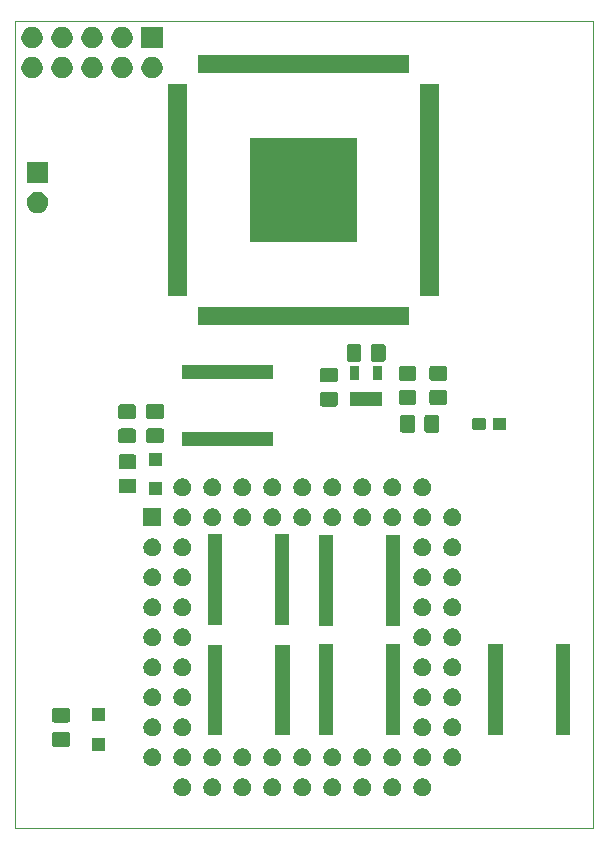
<source format=gbr>
G04 #@! TF.GenerationSoftware,KiCad,Pcbnew,(5.1.5)-3*
G04 #@! TF.CreationDate,2020-05-19T14:22:00+01:00*
G04 #@! TF.ProjectId,ElectronULA,456c6563-7472-46f6-9e55-4c412e6b6963,rev?*
G04 #@! TF.SameCoordinates,Original*
G04 #@! TF.FileFunction,Soldermask,Top*
G04 #@! TF.FilePolarity,Negative*
%FSLAX46Y46*%
G04 Gerber Fmt 4.6, Leading zero omitted, Abs format (unit mm)*
G04 Created by KiCad (PCBNEW (5.1.5)-3) date 2020-05-19 14:22:00*
%MOMM*%
%LPD*%
G04 APERTURE LIST*
%ADD10C,0.050000*%
%ADD11C,0.150000*%
G04 APERTURE END LIST*
D10*
X129700020Y-124670820D02*
X129703200Y-56271000D01*
X178683920Y-124670820D02*
X129700020Y-124670820D01*
X178661700Y-56283700D02*
X178683920Y-124670820D01*
X129703200Y-56271000D02*
X178661700Y-56283700D01*
D11*
G36*
X164420625Y-120463190D02*
G01*
X164559338Y-120520647D01*
X164684172Y-120604058D01*
X164790342Y-120710228D01*
X164873753Y-120835062D01*
X164931210Y-120973775D01*
X164960500Y-121121029D01*
X164960500Y-121271171D01*
X164931210Y-121418425D01*
X164873753Y-121557138D01*
X164790342Y-121681972D01*
X164684172Y-121788142D01*
X164559338Y-121871553D01*
X164420625Y-121929010D01*
X164273371Y-121958300D01*
X164123229Y-121958300D01*
X163975975Y-121929010D01*
X163837262Y-121871553D01*
X163712428Y-121788142D01*
X163606258Y-121681972D01*
X163522847Y-121557138D01*
X163465390Y-121418425D01*
X163436100Y-121271171D01*
X163436100Y-121121029D01*
X163465390Y-120973775D01*
X163522847Y-120835062D01*
X163606258Y-120710228D01*
X163712428Y-120604058D01*
X163837262Y-120520647D01*
X163975975Y-120463190D01*
X164123229Y-120433900D01*
X164273371Y-120433900D01*
X164420625Y-120463190D01*
G37*
G36*
X144100625Y-120463190D02*
G01*
X144239338Y-120520647D01*
X144364172Y-120604058D01*
X144470342Y-120710228D01*
X144553753Y-120835062D01*
X144611210Y-120973775D01*
X144640500Y-121121029D01*
X144640500Y-121271171D01*
X144611210Y-121418425D01*
X144553753Y-121557138D01*
X144470342Y-121681972D01*
X144364172Y-121788142D01*
X144239338Y-121871553D01*
X144100625Y-121929010D01*
X143953371Y-121958300D01*
X143803229Y-121958300D01*
X143655975Y-121929010D01*
X143517262Y-121871553D01*
X143392428Y-121788142D01*
X143286258Y-121681972D01*
X143202847Y-121557138D01*
X143145390Y-121418425D01*
X143116100Y-121271171D01*
X143116100Y-121121029D01*
X143145390Y-120973775D01*
X143202847Y-120835062D01*
X143286258Y-120710228D01*
X143392428Y-120604058D01*
X143517262Y-120520647D01*
X143655975Y-120463190D01*
X143803229Y-120433900D01*
X143953371Y-120433900D01*
X144100625Y-120463190D01*
G37*
G36*
X146640625Y-120463190D02*
G01*
X146779338Y-120520647D01*
X146904172Y-120604058D01*
X147010342Y-120710228D01*
X147093753Y-120835062D01*
X147151210Y-120973775D01*
X147180500Y-121121029D01*
X147180500Y-121271171D01*
X147151210Y-121418425D01*
X147093753Y-121557138D01*
X147010342Y-121681972D01*
X146904172Y-121788142D01*
X146779338Y-121871553D01*
X146640625Y-121929010D01*
X146493371Y-121958300D01*
X146343229Y-121958300D01*
X146195975Y-121929010D01*
X146057262Y-121871553D01*
X145932428Y-121788142D01*
X145826258Y-121681972D01*
X145742847Y-121557138D01*
X145685390Y-121418425D01*
X145656100Y-121271171D01*
X145656100Y-121121029D01*
X145685390Y-120973775D01*
X145742847Y-120835062D01*
X145826258Y-120710228D01*
X145932428Y-120604058D01*
X146057262Y-120520647D01*
X146195975Y-120463190D01*
X146343229Y-120433900D01*
X146493371Y-120433900D01*
X146640625Y-120463190D01*
G37*
G36*
X149180625Y-120463190D02*
G01*
X149319338Y-120520647D01*
X149444172Y-120604058D01*
X149550342Y-120710228D01*
X149633753Y-120835062D01*
X149691210Y-120973775D01*
X149720500Y-121121029D01*
X149720500Y-121271171D01*
X149691210Y-121418425D01*
X149633753Y-121557138D01*
X149550342Y-121681972D01*
X149444172Y-121788142D01*
X149319338Y-121871553D01*
X149180625Y-121929010D01*
X149033371Y-121958300D01*
X148883229Y-121958300D01*
X148735975Y-121929010D01*
X148597262Y-121871553D01*
X148472428Y-121788142D01*
X148366258Y-121681972D01*
X148282847Y-121557138D01*
X148225390Y-121418425D01*
X148196100Y-121271171D01*
X148196100Y-121121029D01*
X148225390Y-120973775D01*
X148282847Y-120835062D01*
X148366258Y-120710228D01*
X148472428Y-120604058D01*
X148597262Y-120520647D01*
X148735975Y-120463190D01*
X148883229Y-120433900D01*
X149033371Y-120433900D01*
X149180625Y-120463190D01*
G37*
G36*
X151720625Y-120463190D02*
G01*
X151859338Y-120520647D01*
X151984172Y-120604058D01*
X152090342Y-120710228D01*
X152173753Y-120835062D01*
X152231210Y-120973775D01*
X152260500Y-121121029D01*
X152260500Y-121271171D01*
X152231210Y-121418425D01*
X152173753Y-121557138D01*
X152090342Y-121681972D01*
X151984172Y-121788142D01*
X151859338Y-121871553D01*
X151720625Y-121929010D01*
X151573371Y-121958300D01*
X151423229Y-121958300D01*
X151275975Y-121929010D01*
X151137262Y-121871553D01*
X151012428Y-121788142D01*
X150906258Y-121681972D01*
X150822847Y-121557138D01*
X150765390Y-121418425D01*
X150736100Y-121271171D01*
X150736100Y-121121029D01*
X150765390Y-120973775D01*
X150822847Y-120835062D01*
X150906258Y-120710228D01*
X151012428Y-120604058D01*
X151137262Y-120520647D01*
X151275975Y-120463190D01*
X151423229Y-120433900D01*
X151573371Y-120433900D01*
X151720625Y-120463190D01*
G37*
G36*
X154260625Y-120463190D02*
G01*
X154399338Y-120520647D01*
X154524172Y-120604058D01*
X154630342Y-120710228D01*
X154713753Y-120835062D01*
X154771210Y-120973775D01*
X154800500Y-121121029D01*
X154800500Y-121271171D01*
X154771210Y-121418425D01*
X154713753Y-121557138D01*
X154630342Y-121681972D01*
X154524172Y-121788142D01*
X154399338Y-121871553D01*
X154260625Y-121929010D01*
X154113371Y-121958300D01*
X153963229Y-121958300D01*
X153815975Y-121929010D01*
X153677262Y-121871553D01*
X153552428Y-121788142D01*
X153446258Y-121681972D01*
X153362847Y-121557138D01*
X153305390Y-121418425D01*
X153276100Y-121271171D01*
X153276100Y-121121029D01*
X153305390Y-120973775D01*
X153362847Y-120835062D01*
X153446258Y-120710228D01*
X153552428Y-120604058D01*
X153677262Y-120520647D01*
X153815975Y-120463190D01*
X153963229Y-120433900D01*
X154113371Y-120433900D01*
X154260625Y-120463190D01*
G37*
G36*
X156800625Y-120463190D02*
G01*
X156939338Y-120520647D01*
X157064172Y-120604058D01*
X157170342Y-120710228D01*
X157253753Y-120835062D01*
X157311210Y-120973775D01*
X157340500Y-121121029D01*
X157340500Y-121271171D01*
X157311210Y-121418425D01*
X157253753Y-121557138D01*
X157170342Y-121681972D01*
X157064172Y-121788142D01*
X156939338Y-121871553D01*
X156800625Y-121929010D01*
X156653371Y-121958300D01*
X156503229Y-121958300D01*
X156355975Y-121929010D01*
X156217262Y-121871553D01*
X156092428Y-121788142D01*
X155986258Y-121681972D01*
X155902847Y-121557138D01*
X155845390Y-121418425D01*
X155816100Y-121271171D01*
X155816100Y-121121029D01*
X155845390Y-120973775D01*
X155902847Y-120835062D01*
X155986258Y-120710228D01*
X156092428Y-120604058D01*
X156217262Y-120520647D01*
X156355975Y-120463190D01*
X156503229Y-120433900D01*
X156653371Y-120433900D01*
X156800625Y-120463190D01*
G37*
G36*
X159340625Y-120463190D02*
G01*
X159479338Y-120520647D01*
X159604172Y-120604058D01*
X159710342Y-120710228D01*
X159793753Y-120835062D01*
X159851210Y-120973775D01*
X159880500Y-121121029D01*
X159880500Y-121271171D01*
X159851210Y-121418425D01*
X159793753Y-121557138D01*
X159710342Y-121681972D01*
X159604172Y-121788142D01*
X159479338Y-121871553D01*
X159340625Y-121929010D01*
X159193371Y-121958300D01*
X159043229Y-121958300D01*
X158895975Y-121929010D01*
X158757262Y-121871553D01*
X158632428Y-121788142D01*
X158526258Y-121681972D01*
X158442847Y-121557138D01*
X158385390Y-121418425D01*
X158356100Y-121271171D01*
X158356100Y-121121029D01*
X158385390Y-120973775D01*
X158442847Y-120835062D01*
X158526258Y-120710228D01*
X158632428Y-120604058D01*
X158757262Y-120520647D01*
X158895975Y-120463190D01*
X159043229Y-120433900D01*
X159193371Y-120433900D01*
X159340625Y-120463190D01*
G37*
G36*
X161880625Y-120463190D02*
G01*
X162019338Y-120520647D01*
X162144172Y-120604058D01*
X162250342Y-120710228D01*
X162333753Y-120835062D01*
X162391210Y-120973775D01*
X162420500Y-121121029D01*
X162420500Y-121271171D01*
X162391210Y-121418425D01*
X162333753Y-121557138D01*
X162250342Y-121681972D01*
X162144172Y-121788142D01*
X162019338Y-121871553D01*
X161880625Y-121929010D01*
X161733371Y-121958300D01*
X161583229Y-121958300D01*
X161435975Y-121929010D01*
X161297262Y-121871553D01*
X161172428Y-121788142D01*
X161066258Y-121681972D01*
X160982847Y-121557138D01*
X160925390Y-121418425D01*
X160896100Y-121271171D01*
X160896100Y-121121029D01*
X160925390Y-120973775D01*
X160982847Y-120835062D01*
X161066258Y-120710228D01*
X161172428Y-120604058D01*
X161297262Y-120520647D01*
X161435975Y-120463190D01*
X161583229Y-120433900D01*
X161733371Y-120433900D01*
X161880625Y-120463190D01*
G37*
G36*
X144100625Y-117923190D02*
G01*
X144239338Y-117980647D01*
X144364172Y-118064058D01*
X144470342Y-118170228D01*
X144553753Y-118295062D01*
X144611210Y-118433775D01*
X144640500Y-118581029D01*
X144640500Y-118731171D01*
X144611210Y-118878425D01*
X144553753Y-119017138D01*
X144470342Y-119141972D01*
X144364172Y-119248142D01*
X144239338Y-119331553D01*
X144100625Y-119389010D01*
X143953371Y-119418300D01*
X143803229Y-119418300D01*
X143655975Y-119389010D01*
X143517262Y-119331553D01*
X143392428Y-119248142D01*
X143286258Y-119141972D01*
X143202847Y-119017138D01*
X143145390Y-118878425D01*
X143116100Y-118731171D01*
X143116100Y-118581029D01*
X143145390Y-118433775D01*
X143202847Y-118295062D01*
X143286258Y-118170228D01*
X143392428Y-118064058D01*
X143517262Y-117980647D01*
X143655975Y-117923190D01*
X143803229Y-117893900D01*
X143953371Y-117893900D01*
X144100625Y-117923190D01*
G37*
G36*
X141560625Y-117923190D02*
G01*
X141699338Y-117980647D01*
X141824172Y-118064058D01*
X141930342Y-118170228D01*
X142013753Y-118295062D01*
X142071210Y-118433775D01*
X142100500Y-118581029D01*
X142100500Y-118731171D01*
X142071210Y-118878425D01*
X142013753Y-119017138D01*
X141930342Y-119141972D01*
X141824172Y-119248142D01*
X141699338Y-119331553D01*
X141560625Y-119389010D01*
X141413371Y-119418300D01*
X141263229Y-119418300D01*
X141115975Y-119389010D01*
X140977262Y-119331553D01*
X140852428Y-119248142D01*
X140746258Y-119141972D01*
X140662847Y-119017138D01*
X140605390Y-118878425D01*
X140576100Y-118731171D01*
X140576100Y-118581029D01*
X140605390Y-118433775D01*
X140662847Y-118295062D01*
X140746258Y-118170228D01*
X140852428Y-118064058D01*
X140977262Y-117980647D01*
X141115975Y-117923190D01*
X141263229Y-117893900D01*
X141413371Y-117893900D01*
X141560625Y-117923190D01*
G37*
G36*
X146640625Y-117923190D02*
G01*
X146779338Y-117980647D01*
X146904172Y-118064058D01*
X147010342Y-118170228D01*
X147093753Y-118295062D01*
X147151210Y-118433775D01*
X147180500Y-118581029D01*
X147180500Y-118731171D01*
X147151210Y-118878425D01*
X147093753Y-119017138D01*
X147010342Y-119141972D01*
X146904172Y-119248142D01*
X146779338Y-119331553D01*
X146640625Y-119389010D01*
X146493371Y-119418300D01*
X146343229Y-119418300D01*
X146195975Y-119389010D01*
X146057262Y-119331553D01*
X145932428Y-119248142D01*
X145826258Y-119141972D01*
X145742847Y-119017138D01*
X145685390Y-118878425D01*
X145656100Y-118731171D01*
X145656100Y-118581029D01*
X145685390Y-118433775D01*
X145742847Y-118295062D01*
X145826258Y-118170228D01*
X145932428Y-118064058D01*
X146057262Y-117980647D01*
X146195975Y-117923190D01*
X146343229Y-117893900D01*
X146493371Y-117893900D01*
X146640625Y-117923190D01*
G37*
G36*
X149180625Y-117923190D02*
G01*
X149319338Y-117980647D01*
X149444172Y-118064058D01*
X149550342Y-118170228D01*
X149633753Y-118295062D01*
X149691210Y-118433775D01*
X149720500Y-118581029D01*
X149720500Y-118731171D01*
X149691210Y-118878425D01*
X149633753Y-119017138D01*
X149550342Y-119141972D01*
X149444172Y-119248142D01*
X149319338Y-119331553D01*
X149180625Y-119389010D01*
X149033371Y-119418300D01*
X148883229Y-119418300D01*
X148735975Y-119389010D01*
X148597262Y-119331553D01*
X148472428Y-119248142D01*
X148366258Y-119141972D01*
X148282847Y-119017138D01*
X148225390Y-118878425D01*
X148196100Y-118731171D01*
X148196100Y-118581029D01*
X148225390Y-118433775D01*
X148282847Y-118295062D01*
X148366258Y-118170228D01*
X148472428Y-118064058D01*
X148597262Y-117980647D01*
X148735975Y-117923190D01*
X148883229Y-117893900D01*
X149033371Y-117893900D01*
X149180625Y-117923190D01*
G37*
G36*
X151720625Y-117923190D02*
G01*
X151859338Y-117980647D01*
X151984172Y-118064058D01*
X152090342Y-118170228D01*
X152173753Y-118295062D01*
X152231210Y-118433775D01*
X152260500Y-118581029D01*
X152260500Y-118731171D01*
X152231210Y-118878425D01*
X152173753Y-119017138D01*
X152090342Y-119141972D01*
X151984172Y-119248142D01*
X151859338Y-119331553D01*
X151720625Y-119389010D01*
X151573371Y-119418300D01*
X151423229Y-119418300D01*
X151275975Y-119389010D01*
X151137262Y-119331553D01*
X151012428Y-119248142D01*
X150906258Y-119141972D01*
X150822847Y-119017138D01*
X150765390Y-118878425D01*
X150736100Y-118731171D01*
X150736100Y-118581029D01*
X150765390Y-118433775D01*
X150822847Y-118295062D01*
X150906258Y-118170228D01*
X151012428Y-118064058D01*
X151137262Y-117980647D01*
X151275975Y-117923190D01*
X151423229Y-117893900D01*
X151573371Y-117893900D01*
X151720625Y-117923190D01*
G37*
G36*
X156800625Y-117923190D02*
G01*
X156939338Y-117980647D01*
X157064172Y-118064058D01*
X157170342Y-118170228D01*
X157253753Y-118295062D01*
X157311210Y-118433775D01*
X157340500Y-118581029D01*
X157340500Y-118731171D01*
X157311210Y-118878425D01*
X157253753Y-119017138D01*
X157170342Y-119141972D01*
X157064172Y-119248142D01*
X156939338Y-119331553D01*
X156800625Y-119389010D01*
X156653371Y-119418300D01*
X156503229Y-119418300D01*
X156355975Y-119389010D01*
X156217262Y-119331553D01*
X156092428Y-119248142D01*
X155986258Y-119141972D01*
X155902847Y-119017138D01*
X155845390Y-118878425D01*
X155816100Y-118731171D01*
X155816100Y-118581029D01*
X155845390Y-118433775D01*
X155902847Y-118295062D01*
X155986258Y-118170228D01*
X156092428Y-118064058D01*
X156217262Y-117980647D01*
X156355975Y-117923190D01*
X156503229Y-117893900D01*
X156653371Y-117893900D01*
X156800625Y-117923190D01*
G37*
G36*
X161880625Y-117923190D02*
G01*
X162019338Y-117980647D01*
X162144172Y-118064058D01*
X162250342Y-118170228D01*
X162333753Y-118295062D01*
X162391210Y-118433775D01*
X162420500Y-118581029D01*
X162420500Y-118731171D01*
X162391210Y-118878425D01*
X162333753Y-119017138D01*
X162250342Y-119141972D01*
X162144172Y-119248142D01*
X162019338Y-119331553D01*
X161880625Y-119389010D01*
X161733371Y-119418300D01*
X161583229Y-119418300D01*
X161435975Y-119389010D01*
X161297262Y-119331553D01*
X161172428Y-119248142D01*
X161066258Y-119141972D01*
X160982847Y-119017138D01*
X160925390Y-118878425D01*
X160896100Y-118731171D01*
X160896100Y-118581029D01*
X160925390Y-118433775D01*
X160982847Y-118295062D01*
X161066258Y-118170228D01*
X161172428Y-118064058D01*
X161297262Y-117980647D01*
X161435975Y-117923190D01*
X161583229Y-117893900D01*
X161733371Y-117893900D01*
X161880625Y-117923190D01*
G37*
G36*
X159340625Y-117923190D02*
G01*
X159479338Y-117980647D01*
X159604172Y-118064058D01*
X159710342Y-118170228D01*
X159793753Y-118295062D01*
X159851210Y-118433775D01*
X159880500Y-118581029D01*
X159880500Y-118731171D01*
X159851210Y-118878425D01*
X159793753Y-119017138D01*
X159710342Y-119141972D01*
X159604172Y-119248142D01*
X159479338Y-119331553D01*
X159340625Y-119389010D01*
X159193371Y-119418300D01*
X159043229Y-119418300D01*
X158895975Y-119389010D01*
X158757262Y-119331553D01*
X158632428Y-119248142D01*
X158526258Y-119141972D01*
X158442847Y-119017138D01*
X158385390Y-118878425D01*
X158356100Y-118731171D01*
X158356100Y-118581029D01*
X158385390Y-118433775D01*
X158442847Y-118295062D01*
X158526258Y-118170228D01*
X158632428Y-118064058D01*
X158757262Y-117980647D01*
X158895975Y-117923190D01*
X159043229Y-117893900D01*
X159193371Y-117893900D01*
X159340625Y-117923190D01*
G37*
G36*
X166960625Y-117923190D02*
G01*
X167099338Y-117980647D01*
X167224172Y-118064058D01*
X167330342Y-118170228D01*
X167413753Y-118295062D01*
X167471210Y-118433775D01*
X167500500Y-118581029D01*
X167500500Y-118731171D01*
X167471210Y-118878425D01*
X167413753Y-119017138D01*
X167330342Y-119141972D01*
X167224172Y-119248142D01*
X167099338Y-119331553D01*
X166960625Y-119389010D01*
X166813371Y-119418300D01*
X166663229Y-119418300D01*
X166515975Y-119389010D01*
X166377262Y-119331553D01*
X166252428Y-119248142D01*
X166146258Y-119141972D01*
X166062847Y-119017138D01*
X166005390Y-118878425D01*
X165976100Y-118731171D01*
X165976100Y-118581029D01*
X166005390Y-118433775D01*
X166062847Y-118295062D01*
X166146258Y-118170228D01*
X166252428Y-118064058D01*
X166377262Y-117980647D01*
X166515975Y-117923190D01*
X166663229Y-117893900D01*
X166813371Y-117893900D01*
X166960625Y-117923190D01*
G37*
G36*
X164420625Y-117923190D02*
G01*
X164559338Y-117980647D01*
X164684172Y-118064058D01*
X164790342Y-118170228D01*
X164873753Y-118295062D01*
X164931210Y-118433775D01*
X164960500Y-118581029D01*
X164960500Y-118731171D01*
X164931210Y-118878425D01*
X164873753Y-119017138D01*
X164790342Y-119141972D01*
X164684172Y-119248142D01*
X164559338Y-119331553D01*
X164420625Y-119389010D01*
X164273371Y-119418300D01*
X164123229Y-119418300D01*
X163975975Y-119389010D01*
X163837262Y-119331553D01*
X163712428Y-119248142D01*
X163606258Y-119141972D01*
X163522847Y-119017138D01*
X163465390Y-118878425D01*
X163436100Y-118731171D01*
X163436100Y-118581029D01*
X163465390Y-118433775D01*
X163522847Y-118295062D01*
X163606258Y-118170228D01*
X163712428Y-118064058D01*
X163837262Y-117980647D01*
X163975975Y-117923190D01*
X164123229Y-117893900D01*
X164273371Y-117893900D01*
X164420625Y-117923190D01*
G37*
G36*
X154260625Y-117923190D02*
G01*
X154399338Y-117980647D01*
X154524172Y-118064058D01*
X154630342Y-118170228D01*
X154713753Y-118295062D01*
X154771210Y-118433775D01*
X154800500Y-118581029D01*
X154800500Y-118731171D01*
X154771210Y-118878425D01*
X154713753Y-119017138D01*
X154630342Y-119141972D01*
X154524172Y-119248142D01*
X154399338Y-119331553D01*
X154260625Y-119389010D01*
X154113371Y-119418300D01*
X153963229Y-119418300D01*
X153815975Y-119389010D01*
X153677262Y-119331553D01*
X153552428Y-119248142D01*
X153446258Y-119141972D01*
X153362847Y-119017138D01*
X153305390Y-118878425D01*
X153276100Y-118731171D01*
X153276100Y-118581029D01*
X153305390Y-118433775D01*
X153362847Y-118295062D01*
X153446258Y-118170228D01*
X153552428Y-118064058D01*
X153677262Y-117980647D01*
X153815975Y-117923190D01*
X153963229Y-117893900D01*
X154113371Y-117893900D01*
X154260625Y-117923190D01*
G37*
G36*
X137319840Y-118097440D02*
G01*
X136217840Y-118097440D01*
X136217840Y-116995440D01*
X137319840Y-116995440D01*
X137319840Y-118097440D01*
G37*
G36*
X134205374Y-116506865D02*
G01*
X134243067Y-116518299D01*
X134277803Y-116536866D01*
X134308248Y-116561852D01*
X134333234Y-116592297D01*
X134351801Y-116627033D01*
X134363235Y-116664726D01*
X134367700Y-116710061D01*
X134367700Y-117546739D01*
X134363235Y-117592074D01*
X134351801Y-117629767D01*
X134333234Y-117664503D01*
X134308248Y-117694948D01*
X134277803Y-117719934D01*
X134243067Y-117738501D01*
X134205374Y-117749935D01*
X134160039Y-117754400D01*
X133073361Y-117754400D01*
X133028026Y-117749935D01*
X132990333Y-117738501D01*
X132955597Y-117719934D01*
X132925152Y-117694948D01*
X132900166Y-117664503D01*
X132881599Y-117629767D01*
X132870165Y-117592074D01*
X132865700Y-117546739D01*
X132865700Y-116710061D01*
X132870165Y-116664726D01*
X132881599Y-116627033D01*
X132900166Y-116592297D01*
X132925152Y-116561852D01*
X132955597Y-116536866D01*
X132990333Y-116518299D01*
X133028026Y-116506865D01*
X133073361Y-116502400D01*
X134160039Y-116502400D01*
X134205374Y-116506865D01*
G37*
G36*
X166960625Y-115383190D02*
G01*
X167099338Y-115440647D01*
X167224172Y-115524058D01*
X167330342Y-115630228D01*
X167413753Y-115755062D01*
X167471210Y-115893775D01*
X167500500Y-116041029D01*
X167500500Y-116191171D01*
X167471210Y-116338425D01*
X167413753Y-116477138D01*
X167330342Y-116601972D01*
X167224172Y-116708142D01*
X167099338Y-116791553D01*
X166960625Y-116849010D01*
X166813371Y-116878300D01*
X166663229Y-116878300D01*
X166515975Y-116849010D01*
X166377262Y-116791553D01*
X166252428Y-116708142D01*
X166146258Y-116601972D01*
X166062847Y-116477138D01*
X166005390Y-116338425D01*
X165976100Y-116191171D01*
X165976100Y-116041029D01*
X166005390Y-115893775D01*
X166062847Y-115755062D01*
X166146258Y-115630228D01*
X166252428Y-115524058D01*
X166377262Y-115440647D01*
X166515975Y-115383190D01*
X166663229Y-115353900D01*
X166813371Y-115353900D01*
X166960625Y-115383190D01*
G37*
G36*
X164420625Y-115383190D02*
G01*
X164559338Y-115440647D01*
X164684172Y-115524058D01*
X164790342Y-115630228D01*
X164873753Y-115755062D01*
X164931210Y-115893775D01*
X164960500Y-116041029D01*
X164960500Y-116191171D01*
X164931210Y-116338425D01*
X164873753Y-116477138D01*
X164790342Y-116601972D01*
X164684172Y-116708142D01*
X164559338Y-116791553D01*
X164420625Y-116849010D01*
X164273371Y-116878300D01*
X164123229Y-116878300D01*
X163975975Y-116849010D01*
X163837262Y-116791553D01*
X163712428Y-116708142D01*
X163606258Y-116601972D01*
X163522847Y-116477138D01*
X163465390Y-116338425D01*
X163436100Y-116191171D01*
X163436100Y-116041029D01*
X163465390Y-115893775D01*
X163522847Y-115755062D01*
X163606258Y-115630228D01*
X163712428Y-115524058D01*
X163837262Y-115440647D01*
X163975975Y-115383190D01*
X164123229Y-115353900D01*
X164273371Y-115353900D01*
X164420625Y-115383190D01*
G37*
G36*
X144100625Y-115383190D02*
G01*
X144239338Y-115440647D01*
X144364172Y-115524058D01*
X144470342Y-115630228D01*
X144553753Y-115755062D01*
X144611210Y-115893775D01*
X144640500Y-116041029D01*
X144640500Y-116191171D01*
X144611210Y-116338425D01*
X144553753Y-116477138D01*
X144470342Y-116601972D01*
X144364172Y-116708142D01*
X144239338Y-116791553D01*
X144100625Y-116849010D01*
X143953371Y-116878300D01*
X143803229Y-116878300D01*
X143655975Y-116849010D01*
X143517262Y-116791553D01*
X143392428Y-116708142D01*
X143286258Y-116601972D01*
X143202847Y-116477138D01*
X143145390Y-116338425D01*
X143116100Y-116191171D01*
X143116100Y-116041029D01*
X143145390Y-115893775D01*
X143202847Y-115755062D01*
X143286258Y-115630228D01*
X143392428Y-115524058D01*
X143517262Y-115440647D01*
X143655975Y-115383190D01*
X143803229Y-115353900D01*
X143953371Y-115353900D01*
X144100625Y-115383190D01*
G37*
G36*
X141560625Y-115383190D02*
G01*
X141699338Y-115440647D01*
X141824172Y-115524058D01*
X141930342Y-115630228D01*
X142013753Y-115755062D01*
X142071210Y-115893775D01*
X142100500Y-116041029D01*
X142100500Y-116191171D01*
X142071210Y-116338425D01*
X142013753Y-116477138D01*
X141930342Y-116601972D01*
X141824172Y-116708142D01*
X141699338Y-116791553D01*
X141560625Y-116849010D01*
X141413371Y-116878300D01*
X141263229Y-116878300D01*
X141115975Y-116849010D01*
X140977262Y-116791553D01*
X140852428Y-116708142D01*
X140746258Y-116601972D01*
X140662847Y-116477138D01*
X140605390Y-116338425D01*
X140576100Y-116191171D01*
X140576100Y-116041029D01*
X140605390Y-115893775D01*
X140662847Y-115755062D01*
X140746258Y-115630228D01*
X140852428Y-115524058D01*
X140977262Y-115440647D01*
X141115975Y-115383190D01*
X141263229Y-115353900D01*
X141413371Y-115353900D01*
X141560625Y-115383190D01*
G37*
G36*
X152968100Y-116754400D02*
G01*
X151766100Y-116754400D01*
X151766100Y-109102400D01*
X152968100Y-109102400D01*
X152968100Y-116754400D01*
G37*
G36*
X147268100Y-116754400D02*
G01*
X146066100Y-116754400D01*
X146066100Y-109102400D01*
X147268100Y-109102400D01*
X147268100Y-116754400D01*
G37*
G36*
X170993720Y-116729220D02*
G01*
X169791720Y-116729220D01*
X169791720Y-109077220D01*
X170993720Y-109077220D01*
X170993720Y-116729220D01*
G37*
G36*
X176693720Y-116729220D02*
G01*
X175491720Y-116729220D01*
X175491720Y-109077220D01*
X176693720Y-109077220D01*
X176693720Y-116729220D01*
G37*
G36*
X162328000Y-116729000D02*
G01*
X161126000Y-116729000D01*
X161126000Y-109077000D01*
X162328000Y-109077000D01*
X162328000Y-116729000D01*
G37*
G36*
X156628000Y-116729000D02*
G01*
X155426000Y-116729000D01*
X155426000Y-109077000D01*
X156628000Y-109077000D01*
X156628000Y-116729000D01*
G37*
G36*
X134205374Y-114456865D02*
G01*
X134243067Y-114468299D01*
X134277803Y-114486866D01*
X134308248Y-114511852D01*
X134333234Y-114542297D01*
X134351801Y-114577033D01*
X134363235Y-114614726D01*
X134367700Y-114660061D01*
X134367700Y-115496739D01*
X134363235Y-115542074D01*
X134351801Y-115579767D01*
X134333234Y-115614503D01*
X134308248Y-115644948D01*
X134277803Y-115669934D01*
X134243067Y-115688501D01*
X134205374Y-115699935D01*
X134160039Y-115704400D01*
X133073361Y-115704400D01*
X133028026Y-115699935D01*
X132990333Y-115688501D01*
X132955597Y-115669934D01*
X132925152Y-115644948D01*
X132900166Y-115614503D01*
X132881599Y-115579767D01*
X132870165Y-115542074D01*
X132865700Y-115496739D01*
X132865700Y-114660061D01*
X132870165Y-114614726D01*
X132881599Y-114577033D01*
X132900166Y-114542297D01*
X132925152Y-114511852D01*
X132955597Y-114486866D01*
X132990333Y-114468299D01*
X133028026Y-114456865D01*
X133073361Y-114452400D01*
X134160039Y-114452400D01*
X134205374Y-114456865D01*
G37*
G36*
X137319840Y-115597440D02*
G01*
X136217840Y-115597440D01*
X136217840Y-114495440D01*
X137319840Y-114495440D01*
X137319840Y-115597440D01*
G37*
G36*
X164420625Y-112843190D02*
G01*
X164559338Y-112900647D01*
X164684172Y-112984058D01*
X164790342Y-113090228D01*
X164873753Y-113215062D01*
X164931210Y-113353775D01*
X164960500Y-113501029D01*
X164960500Y-113651171D01*
X164931210Y-113798425D01*
X164873753Y-113937138D01*
X164790342Y-114061972D01*
X164684172Y-114168142D01*
X164559338Y-114251553D01*
X164420625Y-114309010D01*
X164273371Y-114338300D01*
X164123229Y-114338300D01*
X163975975Y-114309010D01*
X163837262Y-114251553D01*
X163712428Y-114168142D01*
X163606258Y-114061972D01*
X163522847Y-113937138D01*
X163465390Y-113798425D01*
X163436100Y-113651171D01*
X163436100Y-113501029D01*
X163465390Y-113353775D01*
X163522847Y-113215062D01*
X163606258Y-113090228D01*
X163712428Y-112984058D01*
X163837262Y-112900647D01*
X163975975Y-112843190D01*
X164123229Y-112813900D01*
X164273371Y-112813900D01*
X164420625Y-112843190D01*
G37*
G36*
X166960625Y-112843190D02*
G01*
X167099338Y-112900647D01*
X167224172Y-112984058D01*
X167330342Y-113090228D01*
X167413753Y-113215062D01*
X167471210Y-113353775D01*
X167500500Y-113501029D01*
X167500500Y-113651171D01*
X167471210Y-113798425D01*
X167413753Y-113937138D01*
X167330342Y-114061972D01*
X167224172Y-114168142D01*
X167099338Y-114251553D01*
X166960625Y-114309010D01*
X166813371Y-114338300D01*
X166663229Y-114338300D01*
X166515975Y-114309010D01*
X166377262Y-114251553D01*
X166252428Y-114168142D01*
X166146258Y-114061972D01*
X166062847Y-113937138D01*
X166005390Y-113798425D01*
X165976100Y-113651171D01*
X165976100Y-113501029D01*
X166005390Y-113353775D01*
X166062847Y-113215062D01*
X166146258Y-113090228D01*
X166252428Y-112984058D01*
X166377262Y-112900647D01*
X166515975Y-112843190D01*
X166663229Y-112813900D01*
X166813371Y-112813900D01*
X166960625Y-112843190D01*
G37*
G36*
X144100625Y-112843190D02*
G01*
X144239338Y-112900647D01*
X144364172Y-112984058D01*
X144470342Y-113090228D01*
X144553753Y-113215062D01*
X144611210Y-113353775D01*
X144640500Y-113501029D01*
X144640500Y-113651171D01*
X144611210Y-113798425D01*
X144553753Y-113937138D01*
X144470342Y-114061972D01*
X144364172Y-114168142D01*
X144239338Y-114251553D01*
X144100625Y-114309010D01*
X143953371Y-114338300D01*
X143803229Y-114338300D01*
X143655975Y-114309010D01*
X143517262Y-114251553D01*
X143392428Y-114168142D01*
X143286258Y-114061972D01*
X143202847Y-113937138D01*
X143145390Y-113798425D01*
X143116100Y-113651171D01*
X143116100Y-113501029D01*
X143145390Y-113353775D01*
X143202847Y-113215062D01*
X143286258Y-113090228D01*
X143392428Y-112984058D01*
X143517262Y-112900647D01*
X143655975Y-112843190D01*
X143803229Y-112813900D01*
X143953371Y-112813900D01*
X144100625Y-112843190D01*
G37*
G36*
X141560625Y-112843190D02*
G01*
X141699338Y-112900647D01*
X141824172Y-112984058D01*
X141930342Y-113090228D01*
X142013753Y-113215062D01*
X142071210Y-113353775D01*
X142100500Y-113501029D01*
X142100500Y-113651171D01*
X142071210Y-113798425D01*
X142013753Y-113937138D01*
X141930342Y-114061972D01*
X141824172Y-114168142D01*
X141699338Y-114251553D01*
X141560625Y-114309010D01*
X141413371Y-114338300D01*
X141263229Y-114338300D01*
X141115975Y-114309010D01*
X140977262Y-114251553D01*
X140852428Y-114168142D01*
X140746258Y-114061972D01*
X140662847Y-113937138D01*
X140605390Y-113798425D01*
X140576100Y-113651171D01*
X140576100Y-113501029D01*
X140605390Y-113353775D01*
X140662847Y-113215062D01*
X140746258Y-113090228D01*
X140852428Y-112984058D01*
X140977262Y-112900647D01*
X141115975Y-112843190D01*
X141263229Y-112813900D01*
X141413371Y-112813900D01*
X141560625Y-112843190D01*
G37*
G36*
X141560625Y-110303190D02*
G01*
X141699338Y-110360647D01*
X141824172Y-110444058D01*
X141930342Y-110550228D01*
X142013753Y-110675062D01*
X142071210Y-110813775D01*
X142100500Y-110961029D01*
X142100500Y-111111171D01*
X142071210Y-111258425D01*
X142013753Y-111397138D01*
X141930342Y-111521972D01*
X141824172Y-111628142D01*
X141699338Y-111711553D01*
X141560625Y-111769010D01*
X141413371Y-111798300D01*
X141263229Y-111798300D01*
X141115975Y-111769010D01*
X140977262Y-111711553D01*
X140852428Y-111628142D01*
X140746258Y-111521972D01*
X140662847Y-111397138D01*
X140605390Y-111258425D01*
X140576100Y-111111171D01*
X140576100Y-110961029D01*
X140605390Y-110813775D01*
X140662847Y-110675062D01*
X140746258Y-110550228D01*
X140852428Y-110444058D01*
X140977262Y-110360647D01*
X141115975Y-110303190D01*
X141263229Y-110273900D01*
X141413371Y-110273900D01*
X141560625Y-110303190D01*
G37*
G36*
X144100625Y-110303190D02*
G01*
X144239338Y-110360647D01*
X144364172Y-110444058D01*
X144470342Y-110550228D01*
X144553753Y-110675062D01*
X144611210Y-110813775D01*
X144640500Y-110961029D01*
X144640500Y-111111171D01*
X144611210Y-111258425D01*
X144553753Y-111397138D01*
X144470342Y-111521972D01*
X144364172Y-111628142D01*
X144239338Y-111711553D01*
X144100625Y-111769010D01*
X143953371Y-111798300D01*
X143803229Y-111798300D01*
X143655975Y-111769010D01*
X143517262Y-111711553D01*
X143392428Y-111628142D01*
X143286258Y-111521972D01*
X143202847Y-111397138D01*
X143145390Y-111258425D01*
X143116100Y-111111171D01*
X143116100Y-110961029D01*
X143145390Y-110813775D01*
X143202847Y-110675062D01*
X143286258Y-110550228D01*
X143392428Y-110444058D01*
X143517262Y-110360647D01*
X143655975Y-110303190D01*
X143803229Y-110273900D01*
X143953371Y-110273900D01*
X144100625Y-110303190D01*
G37*
G36*
X166960625Y-110303190D02*
G01*
X167099338Y-110360647D01*
X167224172Y-110444058D01*
X167330342Y-110550228D01*
X167413753Y-110675062D01*
X167471210Y-110813775D01*
X167500500Y-110961029D01*
X167500500Y-111111171D01*
X167471210Y-111258425D01*
X167413753Y-111397138D01*
X167330342Y-111521972D01*
X167224172Y-111628142D01*
X167099338Y-111711553D01*
X166960625Y-111769010D01*
X166813371Y-111798300D01*
X166663229Y-111798300D01*
X166515975Y-111769010D01*
X166377262Y-111711553D01*
X166252428Y-111628142D01*
X166146258Y-111521972D01*
X166062847Y-111397138D01*
X166005390Y-111258425D01*
X165976100Y-111111171D01*
X165976100Y-110961029D01*
X166005390Y-110813775D01*
X166062847Y-110675062D01*
X166146258Y-110550228D01*
X166252428Y-110444058D01*
X166377262Y-110360647D01*
X166515975Y-110303190D01*
X166663229Y-110273900D01*
X166813371Y-110273900D01*
X166960625Y-110303190D01*
G37*
G36*
X164420625Y-110303190D02*
G01*
X164559338Y-110360647D01*
X164684172Y-110444058D01*
X164790342Y-110550228D01*
X164873753Y-110675062D01*
X164931210Y-110813775D01*
X164960500Y-110961029D01*
X164960500Y-111111171D01*
X164931210Y-111258425D01*
X164873753Y-111397138D01*
X164790342Y-111521972D01*
X164684172Y-111628142D01*
X164559338Y-111711553D01*
X164420625Y-111769010D01*
X164273371Y-111798300D01*
X164123229Y-111798300D01*
X163975975Y-111769010D01*
X163837262Y-111711553D01*
X163712428Y-111628142D01*
X163606258Y-111521972D01*
X163522847Y-111397138D01*
X163465390Y-111258425D01*
X163436100Y-111111171D01*
X163436100Y-110961029D01*
X163465390Y-110813775D01*
X163522847Y-110675062D01*
X163606258Y-110550228D01*
X163712428Y-110444058D01*
X163837262Y-110360647D01*
X163975975Y-110303190D01*
X164123229Y-110273900D01*
X164273371Y-110273900D01*
X164420625Y-110303190D01*
G37*
G36*
X164420625Y-107763190D02*
G01*
X164559338Y-107820647D01*
X164684172Y-107904058D01*
X164790342Y-108010228D01*
X164873753Y-108135062D01*
X164931210Y-108273775D01*
X164960500Y-108421029D01*
X164960500Y-108571171D01*
X164931210Y-108718425D01*
X164873753Y-108857138D01*
X164790342Y-108981972D01*
X164684172Y-109088142D01*
X164559338Y-109171553D01*
X164420625Y-109229010D01*
X164273371Y-109258300D01*
X164123229Y-109258300D01*
X163975975Y-109229010D01*
X163837262Y-109171553D01*
X163712428Y-109088142D01*
X163606258Y-108981972D01*
X163522847Y-108857138D01*
X163465390Y-108718425D01*
X163436100Y-108571171D01*
X163436100Y-108421029D01*
X163465390Y-108273775D01*
X163522847Y-108135062D01*
X163606258Y-108010228D01*
X163712428Y-107904058D01*
X163837262Y-107820647D01*
X163975975Y-107763190D01*
X164123229Y-107733900D01*
X164273371Y-107733900D01*
X164420625Y-107763190D01*
G37*
G36*
X141560625Y-107763190D02*
G01*
X141699338Y-107820647D01*
X141824172Y-107904058D01*
X141930342Y-108010228D01*
X142013753Y-108135062D01*
X142071210Y-108273775D01*
X142100500Y-108421029D01*
X142100500Y-108571171D01*
X142071210Y-108718425D01*
X142013753Y-108857138D01*
X141930342Y-108981972D01*
X141824172Y-109088142D01*
X141699338Y-109171553D01*
X141560625Y-109229010D01*
X141413371Y-109258300D01*
X141263229Y-109258300D01*
X141115975Y-109229010D01*
X140977262Y-109171553D01*
X140852428Y-109088142D01*
X140746258Y-108981972D01*
X140662847Y-108857138D01*
X140605390Y-108718425D01*
X140576100Y-108571171D01*
X140576100Y-108421029D01*
X140605390Y-108273775D01*
X140662847Y-108135062D01*
X140746258Y-108010228D01*
X140852428Y-107904058D01*
X140977262Y-107820647D01*
X141115975Y-107763190D01*
X141263229Y-107733900D01*
X141413371Y-107733900D01*
X141560625Y-107763190D01*
G37*
G36*
X144100625Y-107763190D02*
G01*
X144239338Y-107820647D01*
X144364172Y-107904058D01*
X144470342Y-108010228D01*
X144553753Y-108135062D01*
X144611210Y-108273775D01*
X144640500Y-108421029D01*
X144640500Y-108571171D01*
X144611210Y-108718425D01*
X144553753Y-108857138D01*
X144470342Y-108981972D01*
X144364172Y-109088142D01*
X144239338Y-109171553D01*
X144100625Y-109229010D01*
X143953371Y-109258300D01*
X143803229Y-109258300D01*
X143655975Y-109229010D01*
X143517262Y-109171553D01*
X143392428Y-109088142D01*
X143286258Y-108981972D01*
X143202847Y-108857138D01*
X143145390Y-108718425D01*
X143116100Y-108571171D01*
X143116100Y-108421029D01*
X143145390Y-108273775D01*
X143202847Y-108135062D01*
X143286258Y-108010228D01*
X143392428Y-107904058D01*
X143517262Y-107820647D01*
X143655975Y-107763190D01*
X143803229Y-107733900D01*
X143953371Y-107733900D01*
X144100625Y-107763190D01*
G37*
G36*
X166960625Y-107763190D02*
G01*
X167099338Y-107820647D01*
X167224172Y-107904058D01*
X167330342Y-108010228D01*
X167413753Y-108135062D01*
X167471210Y-108273775D01*
X167500500Y-108421029D01*
X167500500Y-108571171D01*
X167471210Y-108718425D01*
X167413753Y-108857138D01*
X167330342Y-108981972D01*
X167224172Y-109088142D01*
X167099338Y-109171553D01*
X166960625Y-109229010D01*
X166813371Y-109258300D01*
X166663229Y-109258300D01*
X166515975Y-109229010D01*
X166377262Y-109171553D01*
X166252428Y-109088142D01*
X166146258Y-108981972D01*
X166062847Y-108857138D01*
X166005390Y-108718425D01*
X165976100Y-108571171D01*
X165976100Y-108421029D01*
X166005390Y-108273775D01*
X166062847Y-108135062D01*
X166146258Y-108010228D01*
X166252428Y-107904058D01*
X166377262Y-107820647D01*
X166515975Y-107763190D01*
X166663229Y-107733900D01*
X166813371Y-107733900D01*
X166960625Y-107763190D01*
G37*
G36*
X156628000Y-107508800D02*
G01*
X155426000Y-107508800D01*
X155426000Y-99856800D01*
X156628000Y-99856800D01*
X156628000Y-107508800D01*
G37*
G36*
X162328000Y-107508800D02*
G01*
X161126000Y-107508800D01*
X161126000Y-99856800D01*
X162328000Y-99856800D01*
X162328000Y-107508800D01*
G37*
G36*
X147242700Y-107407200D02*
G01*
X146040700Y-107407200D01*
X146040700Y-99755200D01*
X147242700Y-99755200D01*
X147242700Y-107407200D01*
G37*
G36*
X152942700Y-107407200D02*
G01*
X151740700Y-107407200D01*
X151740700Y-99755200D01*
X152942700Y-99755200D01*
X152942700Y-107407200D01*
G37*
G36*
X144100625Y-105223190D02*
G01*
X144239338Y-105280647D01*
X144364172Y-105364058D01*
X144470342Y-105470228D01*
X144553753Y-105595062D01*
X144611210Y-105733775D01*
X144640500Y-105881029D01*
X144640500Y-106031171D01*
X144611210Y-106178425D01*
X144553753Y-106317138D01*
X144470342Y-106441972D01*
X144364172Y-106548142D01*
X144239338Y-106631553D01*
X144100625Y-106689010D01*
X143953371Y-106718300D01*
X143803229Y-106718300D01*
X143655975Y-106689010D01*
X143517262Y-106631553D01*
X143392428Y-106548142D01*
X143286258Y-106441972D01*
X143202847Y-106317138D01*
X143145390Y-106178425D01*
X143116100Y-106031171D01*
X143116100Y-105881029D01*
X143145390Y-105733775D01*
X143202847Y-105595062D01*
X143286258Y-105470228D01*
X143392428Y-105364058D01*
X143517262Y-105280647D01*
X143655975Y-105223190D01*
X143803229Y-105193900D01*
X143953371Y-105193900D01*
X144100625Y-105223190D01*
G37*
G36*
X141560625Y-105223190D02*
G01*
X141699338Y-105280647D01*
X141824172Y-105364058D01*
X141930342Y-105470228D01*
X142013753Y-105595062D01*
X142071210Y-105733775D01*
X142100500Y-105881029D01*
X142100500Y-106031171D01*
X142071210Y-106178425D01*
X142013753Y-106317138D01*
X141930342Y-106441972D01*
X141824172Y-106548142D01*
X141699338Y-106631553D01*
X141560625Y-106689010D01*
X141413371Y-106718300D01*
X141263229Y-106718300D01*
X141115975Y-106689010D01*
X140977262Y-106631553D01*
X140852428Y-106548142D01*
X140746258Y-106441972D01*
X140662847Y-106317138D01*
X140605390Y-106178425D01*
X140576100Y-106031171D01*
X140576100Y-105881029D01*
X140605390Y-105733775D01*
X140662847Y-105595062D01*
X140746258Y-105470228D01*
X140852428Y-105364058D01*
X140977262Y-105280647D01*
X141115975Y-105223190D01*
X141263229Y-105193900D01*
X141413371Y-105193900D01*
X141560625Y-105223190D01*
G37*
G36*
X166960625Y-105223190D02*
G01*
X167099338Y-105280647D01*
X167224172Y-105364058D01*
X167330342Y-105470228D01*
X167413753Y-105595062D01*
X167471210Y-105733775D01*
X167500500Y-105881029D01*
X167500500Y-106031171D01*
X167471210Y-106178425D01*
X167413753Y-106317138D01*
X167330342Y-106441972D01*
X167224172Y-106548142D01*
X167099338Y-106631553D01*
X166960625Y-106689010D01*
X166813371Y-106718300D01*
X166663229Y-106718300D01*
X166515975Y-106689010D01*
X166377262Y-106631553D01*
X166252428Y-106548142D01*
X166146258Y-106441972D01*
X166062847Y-106317138D01*
X166005390Y-106178425D01*
X165976100Y-106031171D01*
X165976100Y-105881029D01*
X166005390Y-105733775D01*
X166062847Y-105595062D01*
X166146258Y-105470228D01*
X166252428Y-105364058D01*
X166377262Y-105280647D01*
X166515975Y-105223190D01*
X166663229Y-105193900D01*
X166813371Y-105193900D01*
X166960625Y-105223190D01*
G37*
G36*
X164420625Y-105223190D02*
G01*
X164559338Y-105280647D01*
X164684172Y-105364058D01*
X164790342Y-105470228D01*
X164873753Y-105595062D01*
X164931210Y-105733775D01*
X164960500Y-105881029D01*
X164960500Y-106031171D01*
X164931210Y-106178425D01*
X164873753Y-106317138D01*
X164790342Y-106441972D01*
X164684172Y-106548142D01*
X164559338Y-106631553D01*
X164420625Y-106689010D01*
X164273371Y-106718300D01*
X164123229Y-106718300D01*
X163975975Y-106689010D01*
X163837262Y-106631553D01*
X163712428Y-106548142D01*
X163606258Y-106441972D01*
X163522847Y-106317138D01*
X163465390Y-106178425D01*
X163436100Y-106031171D01*
X163436100Y-105881029D01*
X163465390Y-105733775D01*
X163522847Y-105595062D01*
X163606258Y-105470228D01*
X163712428Y-105364058D01*
X163837262Y-105280647D01*
X163975975Y-105223190D01*
X164123229Y-105193900D01*
X164273371Y-105193900D01*
X164420625Y-105223190D01*
G37*
G36*
X144100625Y-102683190D02*
G01*
X144239338Y-102740647D01*
X144364172Y-102824058D01*
X144470342Y-102930228D01*
X144553753Y-103055062D01*
X144611210Y-103193775D01*
X144640500Y-103341029D01*
X144640500Y-103491171D01*
X144611210Y-103638425D01*
X144553753Y-103777138D01*
X144470342Y-103901972D01*
X144364172Y-104008142D01*
X144239338Y-104091553D01*
X144100625Y-104149010D01*
X143953371Y-104178300D01*
X143803229Y-104178300D01*
X143655975Y-104149010D01*
X143517262Y-104091553D01*
X143392428Y-104008142D01*
X143286258Y-103901972D01*
X143202847Y-103777138D01*
X143145390Y-103638425D01*
X143116100Y-103491171D01*
X143116100Y-103341029D01*
X143145390Y-103193775D01*
X143202847Y-103055062D01*
X143286258Y-102930228D01*
X143392428Y-102824058D01*
X143517262Y-102740647D01*
X143655975Y-102683190D01*
X143803229Y-102653900D01*
X143953371Y-102653900D01*
X144100625Y-102683190D01*
G37*
G36*
X166960625Y-102683190D02*
G01*
X167099338Y-102740647D01*
X167224172Y-102824058D01*
X167330342Y-102930228D01*
X167413753Y-103055062D01*
X167471210Y-103193775D01*
X167500500Y-103341029D01*
X167500500Y-103491171D01*
X167471210Y-103638425D01*
X167413753Y-103777138D01*
X167330342Y-103901972D01*
X167224172Y-104008142D01*
X167099338Y-104091553D01*
X166960625Y-104149010D01*
X166813371Y-104178300D01*
X166663229Y-104178300D01*
X166515975Y-104149010D01*
X166377262Y-104091553D01*
X166252428Y-104008142D01*
X166146258Y-103901972D01*
X166062847Y-103777138D01*
X166005390Y-103638425D01*
X165976100Y-103491171D01*
X165976100Y-103341029D01*
X166005390Y-103193775D01*
X166062847Y-103055062D01*
X166146258Y-102930228D01*
X166252428Y-102824058D01*
X166377262Y-102740647D01*
X166515975Y-102683190D01*
X166663229Y-102653900D01*
X166813371Y-102653900D01*
X166960625Y-102683190D01*
G37*
G36*
X141560625Y-102683190D02*
G01*
X141699338Y-102740647D01*
X141824172Y-102824058D01*
X141930342Y-102930228D01*
X142013753Y-103055062D01*
X142071210Y-103193775D01*
X142100500Y-103341029D01*
X142100500Y-103491171D01*
X142071210Y-103638425D01*
X142013753Y-103777138D01*
X141930342Y-103901972D01*
X141824172Y-104008142D01*
X141699338Y-104091553D01*
X141560625Y-104149010D01*
X141413371Y-104178300D01*
X141263229Y-104178300D01*
X141115975Y-104149010D01*
X140977262Y-104091553D01*
X140852428Y-104008142D01*
X140746258Y-103901972D01*
X140662847Y-103777138D01*
X140605390Y-103638425D01*
X140576100Y-103491171D01*
X140576100Y-103341029D01*
X140605390Y-103193775D01*
X140662847Y-103055062D01*
X140746258Y-102930228D01*
X140852428Y-102824058D01*
X140977262Y-102740647D01*
X141115975Y-102683190D01*
X141263229Y-102653900D01*
X141413371Y-102653900D01*
X141560625Y-102683190D01*
G37*
G36*
X164420625Y-102683190D02*
G01*
X164559338Y-102740647D01*
X164684172Y-102824058D01*
X164790342Y-102930228D01*
X164873753Y-103055062D01*
X164931210Y-103193775D01*
X164960500Y-103341029D01*
X164960500Y-103491171D01*
X164931210Y-103638425D01*
X164873753Y-103777138D01*
X164790342Y-103901972D01*
X164684172Y-104008142D01*
X164559338Y-104091553D01*
X164420625Y-104149010D01*
X164273371Y-104178300D01*
X164123229Y-104178300D01*
X163975975Y-104149010D01*
X163837262Y-104091553D01*
X163712428Y-104008142D01*
X163606258Y-103901972D01*
X163522847Y-103777138D01*
X163465390Y-103638425D01*
X163436100Y-103491171D01*
X163436100Y-103341029D01*
X163465390Y-103193775D01*
X163522847Y-103055062D01*
X163606258Y-102930228D01*
X163712428Y-102824058D01*
X163837262Y-102740647D01*
X163975975Y-102683190D01*
X164123229Y-102653900D01*
X164273371Y-102653900D01*
X164420625Y-102683190D01*
G37*
G36*
X141560625Y-100143190D02*
G01*
X141699338Y-100200647D01*
X141824172Y-100284058D01*
X141930342Y-100390228D01*
X142013753Y-100515062D01*
X142071210Y-100653775D01*
X142100500Y-100801029D01*
X142100500Y-100951171D01*
X142071210Y-101098425D01*
X142013753Y-101237138D01*
X141930342Y-101361972D01*
X141824172Y-101468142D01*
X141699338Y-101551553D01*
X141560625Y-101609010D01*
X141413371Y-101638300D01*
X141263229Y-101638300D01*
X141115975Y-101609010D01*
X140977262Y-101551553D01*
X140852428Y-101468142D01*
X140746258Y-101361972D01*
X140662847Y-101237138D01*
X140605390Y-101098425D01*
X140576100Y-100951171D01*
X140576100Y-100801029D01*
X140605390Y-100653775D01*
X140662847Y-100515062D01*
X140746258Y-100390228D01*
X140852428Y-100284058D01*
X140977262Y-100200647D01*
X141115975Y-100143190D01*
X141263229Y-100113900D01*
X141413371Y-100113900D01*
X141560625Y-100143190D01*
G37*
G36*
X144100625Y-100143190D02*
G01*
X144239338Y-100200647D01*
X144364172Y-100284058D01*
X144470342Y-100390228D01*
X144553753Y-100515062D01*
X144611210Y-100653775D01*
X144640500Y-100801029D01*
X144640500Y-100951171D01*
X144611210Y-101098425D01*
X144553753Y-101237138D01*
X144470342Y-101361972D01*
X144364172Y-101468142D01*
X144239338Y-101551553D01*
X144100625Y-101609010D01*
X143953371Y-101638300D01*
X143803229Y-101638300D01*
X143655975Y-101609010D01*
X143517262Y-101551553D01*
X143392428Y-101468142D01*
X143286258Y-101361972D01*
X143202847Y-101237138D01*
X143145390Y-101098425D01*
X143116100Y-100951171D01*
X143116100Y-100801029D01*
X143145390Y-100653775D01*
X143202847Y-100515062D01*
X143286258Y-100390228D01*
X143392428Y-100284058D01*
X143517262Y-100200647D01*
X143655975Y-100143190D01*
X143803229Y-100113900D01*
X143953371Y-100113900D01*
X144100625Y-100143190D01*
G37*
G36*
X164420625Y-100143190D02*
G01*
X164559338Y-100200647D01*
X164684172Y-100284058D01*
X164790342Y-100390228D01*
X164873753Y-100515062D01*
X164931210Y-100653775D01*
X164960500Y-100801029D01*
X164960500Y-100951171D01*
X164931210Y-101098425D01*
X164873753Y-101237138D01*
X164790342Y-101361972D01*
X164684172Y-101468142D01*
X164559338Y-101551553D01*
X164420625Y-101609010D01*
X164273371Y-101638300D01*
X164123229Y-101638300D01*
X163975975Y-101609010D01*
X163837262Y-101551553D01*
X163712428Y-101468142D01*
X163606258Y-101361972D01*
X163522847Y-101237138D01*
X163465390Y-101098425D01*
X163436100Y-100951171D01*
X163436100Y-100801029D01*
X163465390Y-100653775D01*
X163522847Y-100515062D01*
X163606258Y-100390228D01*
X163712428Y-100284058D01*
X163837262Y-100200647D01*
X163975975Y-100143190D01*
X164123229Y-100113900D01*
X164273371Y-100113900D01*
X164420625Y-100143190D01*
G37*
G36*
X166960625Y-100143190D02*
G01*
X167099338Y-100200647D01*
X167224172Y-100284058D01*
X167330342Y-100390228D01*
X167413753Y-100515062D01*
X167471210Y-100653775D01*
X167500500Y-100801029D01*
X167500500Y-100951171D01*
X167471210Y-101098425D01*
X167413753Y-101237138D01*
X167330342Y-101361972D01*
X167224172Y-101468142D01*
X167099338Y-101551553D01*
X166960625Y-101609010D01*
X166813371Y-101638300D01*
X166663229Y-101638300D01*
X166515975Y-101609010D01*
X166377262Y-101551553D01*
X166252428Y-101468142D01*
X166146258Y-101361972D01*
X166062847Y-101237138D01*
X166005390Y-101098425D01*
X165976100Y-100951171D01*
X165976100Y-100801029D01*
X166005390Y-100653775D01*
X166062847Y-100515062D01*
X166146258Y-100390228D01*
X166252428Y-100284058D01*
X166377262Y-100200647D01*
X166515975Y-100143190D01*
X166663229Y-100113900D01*
X166813371Y-100113900D01*
X166960625Y-100143190D01*
G37*
G36*
X146640625Y-97603190D02*
G01*
X146779338Y-97660647D01*
X146904172Y-97744058D01*
X147010342Y-97850228D01*
X147093753Y-97975062D01*
X147151210Y-98113775D01*
X147180500Y-98261029D01*
X147180500Y-98411171D01*
X147151210Y-98558425D01*
X147093753Y-98697138D01*
X147010342Y-98821972D01*
X146904172Y-98928142D01*
X146779338Y-99011553D01*
X146640625Y-99069010D01*
X146493371Y-99098300D01*
X146343229Y-99098300D01*
X146195975Y-99069010D01*
X146057262Y-99011553D01*
X145932428Y-98928142D01*
X145826258Y-98821972D01*
X145742847Y-98697138D01*
X145685390Y-98558425D01*
X145656100Y-98411171D01*
X145656100Y-98261029D01*
X145685390Y-98113775D01*
X145742847Y-97975062D01*
X145826258Y-97850228D01*
X145932428Y-97744058D01*
X146057262Y-97660647D01*
X146195975Y-97603190D01*
X146343229Y-97573900D01*
X146493371Y-97573900D01*
X146640625Y-97603190D01*
G37*
G36*
X161880625Y-97603190D02*
G01*
X162019338Y-97660647D01*
X162144172Y-97744058D01*
X162250342Y-97850228D01*
X162333753Y-97975062D01*
X162391210Y-98113775D01*
X162420500Y-98261029D01*
X162420500Y-98411171D01*
X162391210Y-98558425D01*
X162333753Y-98697138D01*
X162250342Y-98821972D01*
X162144172Y-98928142D01*
X162019338Y-99011553D01*
X161880625Y-99069010D01*
X161733371Y-99098300D01*
X161583229Y-99098300D01*
X161435975Y-99069010D01*
X161297262Y-99011553D01*
X161172428Y-98928142D01*
X161066258Y-98821972D01*
X160982847Y-98697138D01*
X160925390Y-98558425D01*
X160896100Y-98411171D01*
X160896100Y-98261029D01*
X160925390Y-98113775D01*
X160982847Y-97975062D01*
X161066258Y-97850228D01*
X161172428Y-97744058D01*
X161297262Y-97660647D01*
X161435975Y-97603190D01*
X161583229Y-97573900D01*
X161733371Y-97573900D01*
X161880625Y-97603190D01*
G37*
G36*
X164420625Y-97603190D02*
G01*
X164559338Y-97660647D01*
X164684172Y-97744058D01*
X164790342Y-97850228D01*
X164873753Y-97975062D01*
X164931210Y-98113775D01*
X164960500Y-98261029D01*
X164960500Y-98411171D01*
X164931210Y-98558425D01*
X164873753Y-98697138D01*
X164790342Y-98821972D01*
X164684172Y-98928142D01*
X164559338Y-99011553D01*
X164420625Y-99069010D01*
X164273371Y-99098300D01*
X164123229Y-99098300D01*
X163975975Y-99069010D01*
X163837262Y-99011553D01*
X163712428Y-98928142D01*
X163606258Y-98821972D01*
X163522847Y-98697138D01*
X163465390Y-98558425D01*
X163436100Y-98411171D01*
X163436100Y-98261029D01*
X163465390Y-98113775D01*
X163522847Y-97975062D01*
X163606258Y-97850228D01*
X163712428Y-97744058D01*
X163837262Y-97660647D01*
X163975975Y-97603190D01*
X164123229Y-97573900D01*
X164273371Y-97573900D01*
X164420625Y-97603190D01*
G37*
G36*
X166960625Y-97603190D02*
G01*
X167099338Y-97660647D01*
X167224172Y-97744058D01*
X167330342Y-97850228D01*
X167413753Y-97975062D01*
X167471210Y-98113775D01*
X167500500Y-98261029D01*
X167500500Y-98411171D01*
X167471210Y-98558425D01*
X167413753Y-98697138D01*
X167330342Y-98821972D01*
X167224172Y-98928142D01*
X167099338Y-99011553D01*
X166960625Y-99069010D01*
X166813371Y-99098300D01*
X166663229Y-99098300D01*
X166515975Y-99069010D01*
X166377262Y-99011553D01*
X166252428Y-98928142D01*
X166146258Y-98821972D01*
X166062847Y-98697138D01*
X166005390Y-98558425D01*
X165976100Y-98411171D01*
X165976100Y-98261029D01*
X166005390Y-98113775D01*
X166062847Y-97975062D01*
X166146258Y-97850228D01*
X166252428Y-97744058D01*
X166377262Y-97660647D01*
X166515975Y-97603190D01*
X166663229Y-97573900D01*
X166813371Y-97573900D01*
X166960625Y-97603190D01*
G37*
G36*
X159340625Y-97603190D02*
G01*
X159479338Y-97660647D01*
X159604172Y-97744058D01*
X159710342Y-97850228D01*
X159793753Y-97975062D01*
X159851210Y-98113775D01*
X159880500Y-98261029D01*
X159880500Y-98411171D01*
X159851210Y-98558425D01*
X159793753Y-98697138D01*
X159710342Y-98821972D01*
X159604172Y-98928142D01*
X159479338Y-99011553D01*
X159340625Y-99069010D01*
X159193371Y-99098300D01*
X159043229Y-99098300D01*
X158895975Y-99069010D01*
X158757262Y-99011553D01*
X158632428Y-98928142D01*
X158526258Y-98821972D01*
X158442847Y-98697138D01*
X158385390Y-98558425D01*
X158356100Y-98411171D01*
X158356100Y-98261029D01*
X158385390Y-98113775D01*
X158442847Y-97975062D01*
X158526258Y-97850228D01*
X158632428Y-97744058D01*
X158757262Y-97660647D01*
X158895975Y-97603190D01*
X159043229Y-97573900D01*
X159193371Y-97573900D01*
X159340625Y-97603190D01*
G37*
G36*
X142100500Y-99098300D02*
G01*
X140576100Y-99098300D01*
X140576100Y-97573900D01*
X142100500Y-97573900D01*
X142100500Y-99098300D01*
G37*
G36*
X156800625Y-97603190D02*
G01*
X156939338Y-97660647D01*
X157064172Y-97744058D01*
X157170342Y-97850228D01*
X157253753Y-97975062D01*
X157311210Y-98113775D01*
X157340500Y-98261029D01*
X157340500Y-98411171D01*
X157311210Y-98558425D01*
X157253753Y-98697138D01*
X157170342Y-98821972D01*
X157064172Y-98928142D01*
X156939338Y-99011553D01*
X156800625Y-99069010D01*
X156653371Y-99098300D01*
X156503229Y-99098300D01*
X156355975Y-99069010D01*
X156217262Y-99011553D01*
X156092428Y-98928142D01*
X155986258Y-98821972D01*
X155902847Y-98697138D01*
X155845390Y-98558425D01*
X155816100Y-98411171D01*
X155816100Y-98261029D01*
X155845390Y-98113775D01*
X155902847Y-97975062D01*
X155986258Y-97850228D01*
X156092428Y-97744058D01*
X156217262Y-97660647D01*
X156355975Y-97603190D01*
X156503229Y-97573900D01*
X156653371Y-97573900D01*
X156800625Y-97603190D01*
G37*
G36*
X144100625Y-97603190D02*
G01*
X144239338Y-97660647D01*
X144364172Y-97744058D01*
X144470342Y-97850228D01*
X144553753Y-97975062D01*
X144611210Y-98113775D01*
X144640500Y-98261029D01*
X144640500Y-98411171D01*
X144611210Y-98558425D01*
X144553753Y-98697138D01*
X144470342Y-98821972D01*
X144364172Y-98928142D01*
X144239338Y-99011553D01*
X144100625Y-99069010D01*
X143953371Y-99098300D01*
X143803229Y-99098300D01*
X143655975Y-99069010D01*
X143517262Y-99011553D01*
X143392428Y-98928142D01*
X143286258Y-98821972D01*
X143202847Y-98697138D01*
X143145390Y-98558425D01*
X143116100Y-98411171D01*
X143116100Y-98261029D01*
X143145390Y-98113775D01*
X143202847Y-97975062D01*
X143286258Y-97850228D01*
X143392428Y-97744058D01*
X143517262Y-97660647D01*
X143655975Y-97603190D01*
X143803229Y-97573900D01*
X143953371Y-97573900D01*
X144100625Y-97603190D01*
G37*
G36*
X149180625Y-97603190D02*
G01*
X149319338Y-97660647D01*
X149444172Y-97744058D01*
X149550342Y-97850228D01*
X149633753Y-97975062D01*
X149691210Y-98113775D01*
X149720500Y-98261029D01*
X149720500Y-98411171D01*
X149691210Y-98558425D01*
X149633753Y-98697138D01*
X149550342Y-98821972D01*
X149444172Y-98928142D01*
X149319338Y-99011553D01*
X149180625Y-99069010D01*
X149033371Y-99098300D01*
X148883229Y-99098300D01*
X148735975Y-99069010D01*
X148597262Y-99011553D01*
X148472428Y-98928142D01*
X148366258Y-98821972D01*
X148282847Y-98697138D01*
X148225390Y-98558425D01*
X148196100Y-98411171D01*
X148196100Y-98261029D01*
X148225390Y-98113775D01*
X148282847Y-97975062D01*
X148366258Y-97850228D01*
X148472428Y-97744058D01*
X148597262Y-97660647D01*
X148735975Y-97603190D01*
X148883229Y-97573900D01*
X149033371Y-97573900D01*
X149180625Y-97603190D01*
G37*
G36*
X154260625Y-97603190D02*
G01*
X154399338Y-97660647D01*
X154524172Y-97744058D01*
X154630342Y-97850228D01*
X154713753Y-97975062D01*
X154771210Y-98113775D01*
X154800500Y-98261029D01*
X154800500Y-98411171D01*
X154771210Y-98558425D01*
X154713753Y-98697138D01*
X154630342Y-98821972D01*
X154524172Y-98928142D01*
X154399338Y-99011553D01*
X154260625Y-99069010D01*
X154113371Y-99098300D01*
X153963229Y-99098300D01*
X153815975Y-99069010D01*
X153677262Y-99011553D01*
X153552428Y-98928142D01*
X153446258Y-98821972D01*
X153362847Y-98697138D01*
X153305390Y-98558425D01*
X153276100Y-98411171D01*
X153276100Y-98261029D01*
X153305390Y-98113775D01*
X153362847Y-97975062D01*
X153446258Y-97850228D01*
X153552428Y-97744058D01*
X153677262Y-97660647D01*
X153815975Y-97603190D01*
X153963229Y-97573900D01*
X154113371Y-97573900D01*
X154260625Y-97603190D01*
G37*
G36*
X151720625Y-97603190D02*
G01*
X151859338Y-97660647D01*
X151984172Y-97744058D01*
X152090342Y-97850228D01*
X152173753Y-97975062D01*
X152231210Y-98113775D01*
X152260500Y-98261029D01*
X152260500Y-98411171D01*
X152231210Y-98558425D01*
X152173753Y-98697138D01*
X152090342Y-98821972D01*
X151984172Y-98928142D01*
X151859338Y-99011553D01*
X151720625Y-99069010D01*
X151573371Y-99098300D01*
X151423229Y-99098300D01*
X151275975Y-99069010D01*
X151137262Y-99011553D01*
X151012428Y-98928142D01*
X150906258Y-98821972D01*
X150822847Y-98697138D01*
X150765390Y-98558425D01*
X150736100Y-98411171D01*
X150736100Y-98261029D01*
X150765390Y-98113775D01*
X150822847Y-97975062D01*
X150906258Y-97850228D01*
X151012428Y-97744058D01*
X151137262Y-97660647D01*
X151275975Y-97603190D01*
X151423229Y-97573900D01*
X151573371Y-97573900D01*
X151720625Y-97603190D01*
G37*
G36*
X164420625Y-95063190D02*
G01*
X164559338Y-95120647D01*
X164684172Y-95204058D01*
X164790342Y-95310228D01*
X164873753Y-95435062D01*
X164931210Y-95573775D01*
X164960500Y-95721029D01*
X164960500Y-95871171D01*
X164931210Y-96018425D01*
X164873753Y-96157138D01*
X164790342Y-96281972D01*
X164684172Y-96388142D01*
X164559338Y-96471553D01*
X164420625Y-96529010D01*
X164273371Y-96558300D01*
X164123229Y-96558300D01*
X163975975Y-96529010D01*
X163837262Y-96471553D01*
X163712428Y-96388142D01*
X163606258Y-96281972D01*
X163522847Y-96157138D01*
X163465390Y-96018425D01*
X163436100Y-95871171D01*
X163436100Y-95721029D01*
X163465390Y-95573775D01*
X163522847Y-95435062D01*
X163606258Y-95310228D01*
X163712428Y-95204058D01*
X163837262Y-95120647D01*
X163975975Y-95063190D01*
X164123229Y-95033900D01*
X164273371Y-95033900D01*
X164420625Y-95063190D01*
G37*
G36*
X144100625Y-95063190D02*
G01*
X144239338Y-95120647D01*
X144364172Y-95204058D01*
X144470342Y-95310228D01*
X144553753Y-95435062D01*
X144611210Y-95573775D01*
X144640500Y-95721029D01*
X144640500Y-95871171D01*
X144611210Y-96018425D01*
X144553753Y-96157138D01*
X144470342Y-96281972D01*
X144364172Y-96388142D01*
X144239338Y-96471553D01*
X144100625Y-96529010D01*
X143953371Y-96558300D01*
X143803229Y-96558300D01*
X143655975Y-96529010D01*
X143517262Y-96471553D01*
X143392428Y-96388142D01*
X143286258Y-96281972D01*
X143202847Y-96157138D01*
X143145390Y-96018425D01*
X143116100Y-95871171D01*
X143116100Y-95721029D01*
X143145390Y-95573775D01*
X143202847Y-95435062D01*
X143286258Y-95310228D01*
X143392428Y-95204058D01*
X143517262Y-95120647D01*
X143655975Y-95063190D01*
X143803229Y-95033900D01*
X143953371Y-95033900D01*
X144100625Y-95063190D01*
G37*
G36*
X161880625Y-95063190D02*
G01*
X162019338Y-95120647D01*
X162144172Y-95204058D01*
X162250342Y-95310228D01*
X162333753Y-95435062D01*
X162391210Y-95573775D01*
X162420500Y-95721029D01*
X162420500Y-95871171D01*
X162391210Y-96018425D01*
X162333753Y-96157138D01*
X162250342Y-96281972D01*
X162144172Y-96388142D01*
X162019338Y-96471553D01*
X161880625Y-96529010D01*
X161733371Y-96558300D01*
X161583229Y-96558300D01*
X161435975Y-96529010D01*
X161297262Y-96471553D01*
X161172428Y-96388142D01*
X161066258Y-96281972D01*
X160982847Y-96157138D01*
X160925390Y-96018425D01*
X160896100Y-95871171D01*
X160896100Y-95721029D01*
X160925390Y-95573775D01*
X160982847Y-95435062D01*
X161066258Y-95310228D01*
X161172428Y-95204058D01*
X161297262Y-95120647D01*
X161435975Y-95063190D01*
X161583229Y-95033900D01*
X161733371Y-95033900D01*
X161880625Y-95063190D01*
G37*
G36*
X159340625Y-95063190D02*
G01*
X159479338Y-95120647D01*
X159604172Y-95204058D01*
X159710342Y-95310228D01*
X159793753Y-95435062D01*
X159851210Y-95573775D01*
X159880500Y-95721029D01*
X159880500Y-95871171D01*
X159851210Y-96018425D01*
X159793753Y-96157138D01*
X159710342Y-96281972D01*
X159604172Y-96388142D01*
X159479338Y-96471553D01*
X159340625Y-96529010D01*
X159193371Y-96558300D01*
X159043229Y-96558300D01*
X158895975Y-96529010D01*
X158757262Y-96471553D01*
X158632428Y-96388142D01*
X158526258Y-96281972D01*
X158442847Y-96157138D01*
X158385390Y-96018425D01*
X158356100Y-95871171D01*
X158356100Y-95721029D01*
X158385390Y-95573775D01*
X158442847Y-95435062D01*
X158526258Y-95310228D01*
X158632428Y-95204058D01*
X158757262Y-95120647D01*
X158895975Y-95063190D01*
X159043229Y-95033900D01*
X159193371Y-95033900D01*
X159340625Y-95063190D01*
G37*
G36*
X156800625Y-95063190D02*
G01*
X156939338Y-95120647D01*
X157064172Y-95204058D01*
X157170342Y-95310228D01*
X157253753Y-95435062D01*
X157311210Y-95573775D01*
X157340500Y-95721029D01*
X157340500Y-95871171D01*
X157311210Y-96018425D01*
X157253753Y-96157138D01*
X157170342Y-96281972D01*
X157064172Y-96388142D01*
X156939338Y-96471553D01*
X156800625Y-96529010D01*
X156653371Y-96558300D01*
X156503229Y-96558300D01*
X156355975Y-96529010D01*
X156217262Y-96471553D01*
X156092428Y-96388142D01*
X155986258Y-96281972D01*
X155902847Y-96157138D01*
X155845390Y-96018425D01*
X155816100Y-95871171D01*
X155816100Y-95721029D01*
X155845390Y-95573775D01*
X155902847Y-95435062D01*
X155986258Y-95310228D01*
X156092428Y-95204058D01*
X156217262Y-95120647D01*
X156355975Y-95063190D01*
X156503229Y-95033900D01*
X156653371Y-95033900D01*
X156800625Y-95063190D01*
G37*
G36*
X154260625Y-95063190D02*
G01*
X154399338Y-95120647D01*
X154524172Y-95204058D01*
X154630342Y-95310228D01*
X154713753Y-95435062D01*
X154771210Y-95573775D01*
X154800500Y-95721029D01*
X154800500Y-95871171D01*
X154771210Y-96018425D01*
X154713753Y-96157138D01*
X154630342Y-96281972D01*
X154524172Y-96388142D01*
X154399338Y-96471553D01*
X154260625Y-96529010D01*
X154113371Y-96558300D01*
X153963229Y-96558300D01*
X153815975Y-96529010D01*
X153677262Y-96471553D01*
X153552428Y-96388142D01*
X153446258Y-96281972D01*
X153362847Y-96157138D01*
X153305390Y-96018425D01*
X153276100Y-95871171D01*
X153276100Y-95721029D01*
X153305390Y-95573775D01*
X153362847Y-95435062D01*
X153446258Y-95310228D01*
X153552428Y-95204058D01*
X153677262Y-95120647D01*
X153815975Y-95063190D01*
X153963229Y-95033900D01*
X154113371Y-95033900D01*
X154260625Y-95063190D01*
G37*
G36*
X151720625Y-95063190D02*
G01*
X151859338Y-95120647D01*
X151984172Y-95204058D01*
X152090342Y-95310228D01*
X152173753Y-95435062D01*
X152231210Y-95573775D01*
X152260500Y-95721029D01*
X152260500Y-95871171D01*
X152231210Y-96018425D01*
X152173753Y-96157138D01*
X152090342Y-96281972D01*
X151984172Y-96388142D01*
X151859338Y-96471553D01*
X151720625Y-96529010D01*
X151573371Y-96558300D01*
X151423229Y-96558300D01*
X151275975Y-96529010D01*
X151137262Y-96471553D01*
X151012428Y-96388142D01*
X150906258Y-96281972D01*
X150822847Y-96157138D01*
X150765390Y-96018425D01*
X150736100Y-95871171D01*
X150736100Y-95721029D01*
X150765390Y-95573775D01*
X150822847Y-95435062D01*
X150906258Y-95310228D01*
X151012428Y-95204058D01*
X151137262Y-95120647D01*
X151275975Y-95063190D01*
X151423229Y-95033900D01*
X151573371Y-95033900D01*
X151720625Y-95063190D01*
G37*
G36*
X146640625Y-95063190D02*
G01*
X146779338Y-95120647D01*
X146904172Y-95204058D01*
X147010342Y-95310228D01*
X147093753Y-95435062D01*
X147151210Y-95573775D01*
X147180500Y-95721029D01*
X147180500Y-95871171D01*
X147151210Y-96018425D01*
X147093753Y-96157138D01*
X147010342Y-96281972D01*
X146904172Y-96388142D01*
X146779338Y-96471553D01*
X146640625Y-96529010D01*
X146493371Y-96558300D01*
X146343229Y-96558300D01*
X146195975Y-96529010D01*
X146057262Y-96471553D01*
X145932428Y-96388142D01*
X145826258Y-96281972D01*
X145742847Y-96157138D01*
X145685390Y-96018425D01*
X145656100Y-95871171D01*
X145656100Y-95721029D01*
X145685390Y-95573775D01*
X145742847Y-95435062D01*
X145826258Y-95310228D01*
X145932428Y-95204058D01*
X146057262Y-95120647D01*
X146195975Y-95063190D01*
X146343229Y-95033900D01*
X146493371Y-95033900D01*
X146640625Y-95063190D01*
G37*
G36*
X149180625Y-95063190D02*
G01*
X149319338Y-95120647D01*
X149444172Y-95204058D01*
X149550342Y-95310228D01*
X149633753Y-95435062D01*
X149691210Y-95573775D01*
X149720500Y-95721029D01*
X149720500Y-95871171D01*
X149691210Y-96018425D01*
X149633753Y-96157138D01*
X149550342Y-96281972D01*
X149444172Y-96388142D01*
X149319338Y-96471553D01*
X149180625Y-96529010D01*
X149033371Y-96558300D01*
X148883229Y-96558300D01*
X148735975Y-96529010D01*
X148597262Y-96471553D01*
X148472428Y-96388142D01*
X148366258Y-96281972D01*
X148282847Y-96157138D01*
X148225390Y-96018425D01*
X148196100Y-95871171D01*
X148196100Y-95721029D01*
X148225390Y-95573775D01*
X148282847Y-95435062D01*
X148366258Y-95310228D01*
X148472428Y-95204058D01*
X148597262Y-95120647D01*
X148735975Y-95063190D01*
X148883229Y-95033900D01*
X149033371Y-95033900D01*
X149180625Y-95063190D01*
G37*
G36*
X142127920Y-96442720D02*
G01*
X141025920Y-96442720D01*
X141025920Y-95340720D01*
X142127920Y-95340720D01*
X142127920Y-96442720D01*
G37*
G36*
X139821314Y-95048945D02*
G01*
X139859007Y-95060379D01*
X139893743Y-95078946D01*
X139924188Y-95103932D01*
X139949174Y-95134377D01*
X139967741Y-95169113D01*
X139979175Y-95206806D01*
X139983640Y-95252141D01*
X139983640Y-96088819D01*
X139979175Y-96134154D01*
X139967741Y-96171847D01*
X139949174Y-96206583D01*
X139924188Y-96237028D01*
X139893743Y-96262014D01*
X139859007Y-96280581D01*
X139821314Y-96292015D01*
X139775979Y-96296480D01*
X138689301Y-96296480D01*
X138643966Y-96292015D01*
X138606273Y-96280581D01*
X138571537Y-96262014D01*
X138541092Y-96237028D01*
X138516106Y-96206583D01*
X138497539Y-96171847D01*
X138486105Y-96134154D01*
X138481640Y-96088819D01*
X138481640Y-95252141D01*
X138486105Y-95206806D01*
X138497539Y-95169113D01*
X138516106Y-95134377D01*
X138541092Y-95103932D01*
X138571537Y-95078946D01*
X138606273Y-95060379D01*
X138643966Y-95048945D01*
X138689301Y-95044480D01*
X139775979Y-95044480D01*
X139821314Y-95048945D01*
G37*
G36*
X139821314Y-92998945D02*
G01*
X139859007Y-93010379D01*
X139893743Y-93028946D01*
X139924188Y-93053932D01*
X139949174Y-93084377D01*
X139967741Y-93119113D01*
X139979175Y-93156806D01*
X139983640Y-93202141D01*
X139983640Y-94038819D01*
X139979175Y-94084154D01*
X139967741Y-94121847D01*
X139949174Y-94156583D01*
X139924188Y-94187028D01*
X139893743Y-94212014D01*
X139859007Y-94230581D01*
X139821314Y-94242015D01*
X139775979Y-94246480D01*
X138689301Y-94246480D01*
X138643966Y-94242015D01*
X138606273Y-94230581D01*
X138571537Y-94212014D01*
X138541092Y-94187028D01*
X138516106Y-94156583D01*
X138497539Y-94121847D01*
X138486105Y-94084154D01*
X138481640Y-94038819D01*
X138481640Y-93202141D01*
X138486105Y-93156806D01*
X138497539Y-93119113D01*
X138516106Y-93084377D01*
X138541092Y-93053932D01*
X138571537Y-93028946D01*
X138606273Y-93010379D01*
X138643966Y-92998945D01*
X138689301Y-92994480D01*
X139775979Y-92994480D01*
X139821314Y-92998945D01*
G37*
G36*
X142127920Y-93942720D02*
G01*
X141025920Y-93942720D01*
X141025920Y-92840720D01*
X142127920Y-92840720D01*
X142127920Y-93942720D01*
G37*
G36*
X151549860Y-92325600D02*
G01*
X143897860Y-92325600D01*
X143897860Y-91123600D01*
X151549860Y-91123600D01*
X151549860Y-92325600D01*
G37*
G36*
X139790074Y-90807665D02*
G01*
X139827767Y-90819099D01*
X139862503Y-90837666D01*
X139892948Y-90862652D01*
X139917934Y-90893097D01*
X139936501Y-90927833D01*
X139947935Y-90965526D01*
X139952400Y-91010861D01*
X139952400Y-91847539D01*
X139947935Y-91892874D01*
X139936501Y-91930567D01*
X139917934Y-91965303D01*
X139892948Y-91995748D01*
X139862503Y-92020734D01*
X139827767Y-92039301D01*
X139790074Y-92050735D01*
X139744739Y-92055200D01*
X138658061Y-92055200D01*
X138612726Y-92050735D01*
X138575033Y-92039301D01*
X138540297Y-92020734D01*
X138509852Y-91995748D01*
X138484866Y-91965303D01*
X138466299Y-91930567D01*
X138454865Y-91892874D01*
X138450400Y-91847539D01*
X138450400Y-91010861D01*
X138454865Y-90965526D01*
X138466299Y-90927833D01*
X138484866Y-90893097D01*
X138509852Y-90862652D01*
X138540297Y-90837666D01*
X138575033Y-90819099D01*
X138612726Y-90807665D01*
X138658061Y-90803200D01*
X139744739Y-90803200D01*
X139790074Y-90807665D01*
G37*
G36*
X142165594Y-90780185D02*
G01*
X142203287Y-90791619D01*
X142238023Y-90810186D01*
X142268468Y-90835172D01*
X142293454Y-90865617D01*
X142312021Y-90900353D01*
X142323455Y-90938046D01*
X142327920Y-90983381D01*
X142327920Y-91820059D01*
X142323455Y-91865394D01*
X142312021Y-91903087D01*
X142293454Y-91937823D01*
X142268468Y-91968268D01*
X142238023Y-91993254D01*
X142203287Y-92011821D01*
X142165594Y-92023255D01*
X142120259Y-92027720D01*
X141033581Y-92027720D01*
X140988246Y-92023255D01*
X140950553Y-92011821D01*
X140915817Y-91993254D01*
X140885372Y-91968268D01*
X140860386Y-91937823D01*
X140841819Y-91903087D01*
X140830385Y-91865394D01*
X140825920Y-91820059D01*
X140825920Y-90983381D01*
X140830385Y-90938046D01*
X140841819Y-90900353D01*
X140860386Y-90865617D01*
X140885372Y-90835172D01*
X140915817Y-90810186D01*
X140950553Y-90791619D01*
X140988246Y-90780185D01*
X141033581Y-90775720D01*
X142120259Y-90775720D01*
X142165594Y-90780185D01*
G37*
G36*
X165470874Y-89654465D02*
G01*
X165508567Y-89665899D01*
X165543303Y-89684466D01*
X165573748Y-89709452D01*
X165598734Y-89739897D01*
X165617301Y-89774633D01*
X165628735Y-89812326D01*
X165633200Y-89857661D01*
X165633200Y-90944339D01*
X165628735Y-90989674D01*
X165617301Y-91027367D01*
X165598734Y-91062103D01*
X165573748Y-91092548D01*
X165543303Y-91117534D01*
X165508567Y-91136101D01*
X165470874Y-91147535D01*
X165425539Y-91152000D01*
X164588861Y-91152000D01*
X164543526Y-91147535D01*
X164505833Y-91136101D01*
X164471097Y-91117534D01*
X164440652Y-91092548D01*
X164415666Y-91062103D01*
X164397099Y-91027367D01*
X164385665Y-90989674D01*
X164381200Y-90944339D01*
X164381200Y-89857661D01*
X164385665Y-89812326D01*
X164397099Y-89774633D01*
X164415666Y-89739897D01*
X164440652Y-89709452D01*
X164471097Y-89684466D01*
X164505833Y-89665899D01*
X164543526Y-89654465D01*
X164588861Y-89650000D01*
X165425539Y-89650000D01*
X165470874Y-89654465D01*
G37*
G36*
X163420874Y-89654465D02*
G01*
X163458567Y-89665899D01*
X163493303Y-89684466D01*
X163523748Y-89709452D01*
X163548734Y-89739897D01*
X163567301Y-89774633D01*
X163578735Y-89812326D01*
X163583200Y-89857661D01*
X163583200Y-90944339D01*
X163578735Y-90989674D01*
X163567301Y-91027367D01*
X163548734Y-91062103D01*
X163523748Y-91092548D01*
X163493303Y-91117534D01*
X163458567Y-91136101D01*
X163420874Y-91147535D01*
X163375539Y-91152000D01*
X162538861Y-91152000D01*
X162493526Y-91147535D01*
X162455833Y-91136101D01*
X162421097Y-91117534D01*
X162390652Y-91092548D01*
X162365666Y-91062103D01*
X162347099Y-91027367D01*
X162335665Y-90989674D01*
X162331200Y-90944339D01*
X162331200Y-89857661D01*
X162335665Y-89812326D01*
X162347099Y-89774633D01*
X162365666Y-89739897D01*
X162390652Y-89709452D01*
X162421097Y-89684466D01*
X162455833Y-89665899D01*
X162493526Y-89654465D01*
X162538861Y-89650000D01*
X163375539Y-89650000D01*
X163420874Y-89654465D01*
G37*
G36*
X171159619Y-89897365D02*
G01*
X171197115Y-89908740D01*
X171231674Y-89927212D01*
X171261967Y-89952073D01*
X171286828Y-89982366D01*
X171305300Y-90016925D01*
X171316675Y-90054421D01*
X171321120Y-90099558D01*
X171321120Y-90738282D01*
X171316675Y-90783419D01*
X171305300Y-90820915D01*
X171286828Y-90855474D01*
X171261967Y-90885767D01*
X171231674Y-90910628D01*
X171197115Y-90929100D01*
X171159619Y-90940475D01*
X171114482Y-90944920D01*
X170375758Y-90944920D01*
X170330621Y-90940475D01*
X170293125Y-90929100D01*
X170258566Y-90910628D01*
X170228273Y-90885767D01*
X170203412Y-90855474D01*
X170184940Y-90820915D01*
X170173565Y-90783419D01*
X170169120Y-90738282D01*
X170169120Y-90099558D01*
X170173565Y-90054421D01*
X170184940Y-90016925D01*
X170203412Y-89982366D01*
X170228273Y-89952073D01*
X170258566Y-89927212D01*
X170293125Y-89908740D01*
X170330621Y-89897365D01*
X170375758Y-89892920D01*
X171114482Y-89892920D01*
X171159619Y-89897365D01*
G37*
G36*
X169409619Y-89897365D02*
G01*
X169447115Y-89908740D01*
X169481674Y-89927212D01*
X169511967Y-89952073D01*
X169536828Y-89982366D01*
X169555300Y-90016925D01*
X169566675Y-90054421D01*
X169571120Y-90099558D01*
X169571120Y-90738282D01*
X169566675Y-90783419D01*
X169555300Y-90820915D01*
X169536828Y-90855474D01*
X169511967Y-90885767D01*
X169481674Y-90910628D01*
X169447115Y-90929100D01*
X169409619Y-90940475D01*
X169364482Y-90944920D01*
X168625758Y-90944920D01*
X168580621Y-90940475D01*
X168543125Y-90929100D01*
X168508566Y-90910628D01*
X168478273Y-90885767D01*
X168453412Y-90855474D01*
X168434940Y-90820915D01*
X168423565Y-90783419D01*
X168419120Y-90738282D01*
X168419120Y-90099558D01*
X168423565Y-90054421D01*
X168434940Y-90016925D01*
X168453412Y-89982366D01*
X168478273Y-89952073D01*
X168508566Y-89927212D01*
X168543125Y-89908740D01*
X168580621Y-89897365D01*
X168625758Y-89892920D01*
X169364482Y-89892920D01*
X169409619Y-89897365D01*
G37*
G36*
X139790074Y-88757665D02*
G01*
X139827767Y-88769099D01*
X139862503Y-88787666D01*
X139892948Y-88812652D01*
X139917934Y-88843097D01*
X139936501Y-88877833D01*
X139947935Y-88915526D01*
X139952400Y-88960861D01*
X139952400Y-89797539D01*
X139947935Y-89842874D01*
X139936501Y-89880567D01*
X139917934Y-89915303D01*
X139892948Y-89945748D01*
X139862503Y-89970734D01*
X139827767Y-89989301D01*
X139790074Y-90000735D01*
X139744739Y-90005200D01*
X138658061Y-90005200D01*
X138612726Y-90000735D01*
X138575033Y-89989301D01*
X138540297Y-89970734D01*
X138509852Y-89945748D01*
X138484866Y-89915303D01*
X138466299Y-89880567D01*
X138454865Y-89842874D01*
X138450400Y-89797539D01*
X138450400Y-88960861D01*
X138454865Y-88915526D01*
X138466299Y-88877833D01*
X138484866Y-88843097D01*
X138509852Y-88812652D01*
X138540297Y-88787666D01*
X138575033Y-88769099D01*
X138612726Y-88757665D01*
X138658061Y-88753200D01*
X139744739Y-88753200D01*
X139790074Y-88757665D01*
G37*
G36*
X142165594Y-88730185D02*
G01*
X142203287Y-88741619D01*
X142238023Y-88760186D01*
X142268468Y-88785172D01*
X142293454Y-88815617D01*
X142312021Y-88850353D01*
X142323455Y-88888046D01*
X142327920Y-88933381D01*
X142327920Y-89770059D01*
X142323455Y-89815394D01*
X142312021Y-89853087D01*
X142293454Y-89887823D01*
X142268468Y-89918268D01*
X142238023Y-89943254D01*
X142203287Y-89961821D01*
X142165594Y-89973255D01*
X142120259Y-89977720D01*
X141033581Y-89977720D01*
X140988246Y-89973255D01*
X140950553Y-89961821D01*
X140915817Y-89943254D01*
X140885372Y-89918268D01*
X140860386Y-89887823D01*
X140841819Y-89853087D01*
X140830385Y-89815394D01*
X140825920Y-89770059D01*
X140825920Y-88933381D01*
X140830385Y-88888046D01*
X140841819Y-88850353D01*
X140860386Y-88815617D01*
X140885372Y-88785172D01*
X140915817Y-88760186D01*
X140950553Y-88741619D01*
X140988246Y-88730185D01*
X141033581Y-88725720D01*
X142120259Y-88725720D01*
X142165594Y-88730185D01*
G37*
G36*
X156885874Y-87699465D02*
G01*
X156923567Y-87710899D01*
X156958303Y-87729466D01*
X156988748Y-87754452D01*
X157013734Y-87784897D01*
X157032301Y-87819633D01*
X157043735Y-87857326D01*
X157048200Y-87902661D01*
X157048200Y-88739339D01*
X157043735Y-88784674D01*
X157032301Y-88822367D01*
X157013734Y-88857103D01*
X156988748Y-88887548D01*
X156958303Y-88912534D01*
X156923567Y-88931101D01*
X156885874Y-88942535D01*
X156840539Y-88947000D01*
X155753861Y-88947000D01*
X155708526Y-88942535D01*
X155670833Y-88931101D01*
X155636097Y-88912534D01*
X155605652Y-88887548D01*
X155580666Y-88857103D01*
X155562099Y-88822367D01*
X155550665Y-88784674D01*
X155546200Y-88739339D01*
X155546200Y-87902661D01*
X155550665Y-87857326D01*
X155562099Y-87819633D01*
X155580666Y-87784897D01*
X155605652Y-87754452D01*
X155636097Y-87729466D01*
X155670833Y-87710899D01*
X155708526Y-87699465D01*
X155753861Y-87695000D01*
X156840539Y-87695000D01*
X156885874Y-87699465D01*
G37*
G36*
X160753200Y-88872000D02*
G01*
X158101200Y-88872000D01*
X158101200Y-87710000D01*
X160753200Y-87710000D01*
X160753200Y-88872000D01*
G37*
G36*
X163545874Y-87559465D02*
G01*
X163583567Y-87570899D01*
X163618303Y-87589466D01*
X163648748Y-87614452D01*
X163673734Y-87644897D01*
X163692301Y-87679633D01*
X163703735Y-87717326D01*
X163708200Y-87762661D01*
X163708200Y-88599339D01*
X163703735Y-88644674D01*
X163692301Y-88682367D01*
X163673734Y-88717103D01*
X163648748Y-88747548D01*
X163618303Y-88772534D01*
X163583567Y-88791101D01*
X163545874Y-88802535D01*
X163500539Y-88807000D01*
X162413861Y-88807000D01*
X162368526Y-88802535D01*
X162330833Y-88791101D01*
X162296097Y-88772534D01*
X162265652Y-88747548D01*
X162240666Y-88717103D01*
X162222099Y-88682367D01*
X162210665Y-88644674D01*
X162206200Y-88599339D01*
X162206200Y-87762661D01*
X162210665Y-87717326D01*
X162222099Y-87679633D01*
X162240666Y-87644897D01*
X162265652Y-87614452D01*
X162296097Y-87589466D01*
X162330833Y-87570899D01*
X162368526Y-87559465D01*
X162413861Y-87555000D01*
X163500539Y-87555000D01*
X163545874Y-87559465D01*
G37*
G36*
X166145874Y-87554465D02*
G01*
X166183567Y-87565899D01*
X166218303Y-87584466D01*
X166248748Y-87609452D01*
X166273734Y-87639897D01*
X166292301Y-87674633D01*
X166303735Y-87712326D01*
X166308200Y-87757661D01*
X166308200Y-88594339D01*
X166303735Y-88639674D01*
X166292301Y-88677367D01*
X166273734Y-88712103D01*
X166248748Y-88742548D01*
X166218303Y-88767534D01*
X166183567Y-88786101D01*
X166145874Y-88797535D01*
X166100539Y-88802000D01*
X165013861Y-88802000D01*
X164968526Y-88797535D01*
X164930833Y-88786101D01*
X164896097Y-88767534D01*
X164865652Y-88742548D01*
X164840666Y-88712103D01*
X164822099Y-88677367D01*
X164810665Y-88639674D01*
X164806200Y-88594339D01*
X164806200Y-87757661D01*
X164810665Y-87712326D01*
X164822099Y-87674633D01*
X164840666Y-87639897D01*
X164865652Y-87609452D01*
X164896097Y-87584466D01*
X164930833Y-87565899D01*
X164968526Y-87554465D01*
X165013861Y-87550000D01*
X166100539Y-87550000D01*
X166145874Y-87554465D01*
G37*
G36*
X156885874Y-85649465D02*
G01*
X156923567Y-85660899D01*
X156958303Y-85679466D01*
X156988748Y-85704452D01*
X157013734Y-85734897D01*
X157032301Y-85769633D01*
X157043735Y-85807326D01*
X157048200Y-85852661D01*
X157048200Y-86689339D01*
X157043735Y-86734674D01*
X157032301Y-86772367D01*
X157013734Y-86807103D01*
X156988748Y-86837548D01*
X156958303Y-86862534D01*
X156923567Y-86881101D01*
X156885874Y-86892535D01*
X156840539Y-86897000D01*
X155753861Y-86897000D01*
X155708526Y-86892535D01*
X155670833Y-86881101D01*
X155636097Y-86862534D01*
X155605652Y-86837548D01*
X155580666Y-86807103D01*
X155562099Y-86772367D01*
X155550665Y-86734674D01*
X155546200Y-86689339D01*
X155546200Y-85852661D01*
X155550665Y-85807326D01*
X155562099Y-85769633D01*
X155580666Y-85734897D01*
X155605652Y-85704452D01*
X155636097Y-85679466D01*
X155670833Y-85660899D01*
X155708526Y-85649465D01*
X155753861Y-85645000D01*
X156840539Y-85645000D01*
X156885874Y-85649465D01*
G37*
G36*
X163545874Y-85509465D02*
G01*
X163583567Y-85520899D01*
X163618303Y-85539466D01*
X163648748Y-85564452D01*
X163673734Y-85594897D01*
X163692301Y-85629633D01*
X163703735Y-85667326D01*
X163708200Y-85712661D01*
X163708200Y-86549339D01*
X163703735Y-86594674D01*
X163692301Y-86632367D01*
X163673734Y-86667103D01*
X163648748Y-86697548D01*
X163618303Y-86722534D01*
X163583567Y-86741101D01*
X163545874Y-86752535D01*
X163500539Y-86757000D01*
X162413861Y-86757000D01*
X162368526Y-86752535D01*
X162330833Y-86741101D01*
X162296097Y-86722534D01*
X162265652Y-86697548D01*
X162240666Y-86667103D01*
X162222099Y-86632367D01*
X162210665Y-86594674D01*
X162206200Y-86549339D01*
X162206200Y-85712661D01*
X162210665Y-85667326D01*
X162222099Y-85629633D01*
X162240666Y-85594897D01*
X162265652Y-85564452D01*
X162296097Y-85539466D01*
X162330833Y-85520899D01*
X162368526Y-85509465D01*
X162413861Y-85505000D01*
X163500539Y-85505000D01*
X163545874Y-85509465D01*
G37*
G36*
X166145874Y-85504465D02*
G01*
X166183567Y-85515899D01*
X166218303Y-85534466D01*
X166248748Y-85559452D01*
X166273734Y-85589897D01*
X166292301Y-85624633D01*
X166303735Y-85662326D01*
X166308200Y-85707661D01*
X166308200Y-86544339D01*
X166303735Y-86589674D01*
X166292301Y-86627367D01*
X166273734Y-86662103D01*
X166248748Y-86692548D01*
X166218303Y-86717534D01*
X166183567Y-86736101D01*
X166145874Y-86747535D01*
X166100539Y-86752000D01*
X165013861Y-86752000D01*
X164968526Y-86747535D01*
X164930833Y-86736101D01*
X164896097Y-86717534D01*
X164865652Y-86692548D01*
X164840666Y-86662103D01*
X164822099Y-86627367D01*
X164810665Y-86589674D01*
X164806200Y-86544339D01*
X164806200Y-85707661D01*
X164810665Y-85662326D01*
X164822099Y-85624633D01*
X164840666Y-85589897D01*
X164865652Y-85559452D01*
X164896097Y-85534466D01*
X164930833Y-85515899D01*
X164968526Y-85504465D01*
X165013861Y-85500000D01*
X166100539Y-85500000D01*
X166145874Y-85504465D01*
G37*
G36*
X158853200Y-86672000D02*
G01*
X158101200Y-86672000D01*
X158101200Y-85510000D01*
X158853200Y-85510000D01*
X158853200Y-86672000D01*
G37*
G36*
X160753200Y-86672000D02*
G01*
X160001200Y-86672000D01*
X160001200Y-85510000D01*
X160753200Y-85510000D01*
X160753200Y-86672000D01*
G37*
G36*
X151549860Y-86625600D02*
G01*
X143897860Y-86625600D01*
X143897860Y-85423600D01*
X151549860Y-85423600D01*
X151549860Y-86625600D01*
G37*
G36*
X160925874Y-83654465D02*
G01*
X160963567Y-83665899D01*
X160998303Y-83684466D01*
X161028748Y-83709452D01*
X161053734Y-83739897D01*
X161072301Y-83774633D01*
X161083735Y-83812326D01*
X161088200Y-83857661D01*
X161088200Y-84944339D01*
X161083735Y-84989674D01*
X161072301Y-85027367D01*
X161053734Y-85062103D01*
X161028748Y-85092548D01*
X160998303Y-85117534D01*
X160963567Y-85136101D01*
X160925874Y-85147535D01*
X160880539Y-85152000D01*
X160043861Y-85152000D01*
X159998526Y-85147535D01*
X159960833Y-85136101D01*
X159926097Y-85117534D01*
X159895652Y-85092548D01*
X159870666Y-85062103D01*
X159852099Y-85027367D01*
X159840665Y-84989674D01*
X159836200Y-84944339D01*
X159836200Y-83857661D01*
X159840665Y-83812326D01*
X159852099Y-83774633D01*
X159870666Y-83739897D01*
X159895652Y-83709452D01*
X159926097Y-83684466D01*
X159960833Y-83665899D01*
X159998526Y-83654465D01*
X160043861Y-83650000D01*
X160880539Y-83650000D01*
X160925874Y-83654465D01*
G37*
G36*
X158875874Y-83654465D02*
G01*
X158913567Y-83665899D01*
X158948303Y-83684466D01*
X158978748Y-83709452D01*
X159003734Y-83739897D01*
X159022301Y-83774633D01*
X159033735Y-83812326D01*
X159038200Y-83857661D01*
X159038200Y-84944339D01*
X159033735Y-84989674D01*
X159022301Y-85027367D01*
X159003734Y-85062103D01*
X158978748Y-85092548D01*
X158948303Y-85117534D01*
X158913567Y-85136101D01*
X158875874Y-85147535D01*
X158830539Y-85152000D01*
X157993861Y-85152000D01*
X157948526Y-85147535D01*
X157910833Y-85136101D01*
X157876097Y-85117534D01*
X157845652Y-85092548D01*
X157820666Y-85062103D01*
X157802099Y-85027367D01*
X157790665Y-84989674D01*
X157786200Y-84944339D01*
X157786200Y-83857661D01*
X157790665Y-83812326D01*
X157802099Y-83774633D01*
X157820666Y-83739897D01*
X157845652Y-83709452D01*
X157876097Y-83684466D01*
X157910833Y-83665899D01*
X157948526Y-83654465D01*
X157993861Y-83650000D01*
X158830539Y-83650000D01*
X158875874Y-83654465D01*
G37*
G36*
X163078200Y-82077000D02*
G01*
X145196200Y-82077000D01*
X145196200Y-80505000D01*
X163078200Y-80505000D01*
X163078200Y-82077000D01*
G37*
G36*
X165593200Y-79562000D02*
G01*
X164021200Y-79562000D01*
X164021200Y-61680000D01*
X165593200Y-61680000D01*
X165593200Y-79562000D01*
G37*
G36*
X144253200Y-79562000D02*
G01*
X142681200Y-79562000D01*
X142681200Y-61680000D01*
X144253200Y-61680000D01*
X144253200Y-79562000D01*
G37*
G36*
X158653200Y-75022000D02*
G01*
X149621200Y-75022000D01*
X149621200Y-66220000D01*
X158653200Y-66220000D01*
X158653200Y-75022000D01*
G37*
G36*
X131733772Y-70757327D02*
G01*
X131883072Y-70787024D01*
X132047044Y-70854944D01*
X132194614Y-70953547D01*
X132320113Y-71079046D01*
X132418716Y-71226616D01*
X132486636Y-71390588D01*
X132521260Y-71564659D01*
X132521260Y-71742141D01*
X132486636Y-71916212D01*
X132418716Y-72080184D01*
X132320113Y-72227754D01*
X132194614Y-72353253D01*
X132047044Y-72451856D01*
X131883072Y-72519776D01*
X131733772Y-72549473D01*
X131709002Y-72554400D01*
X131531518Y-72554400D01*
X131506748Y-72549473D01*
X131357448Y-72519776D01*
X131193476Y-72451856D01*
X131045906Y-72353253D01*
X130920407Y-72227754D01*
X130821804Y-72080184D01*
X130753884Y-71916212D01*
X130719260Y-71742141D01*
X130719260Y-71564659D01*
X130753884Y-71390588D01*
X130821804Y-71226616D01*
X130920407Y-71079046D01*
X131045906Y-70953547D01*
X131193476Y-70854944D01*
X131357448Y-70787024D01*
X131506748Y-70757327D01*
X131531518Y-70752400D01*
X131709002Y-70752400D01*
X131733772Y-70757327D01*
G37*
G36*
X132521260Y-70014400D02*
G01*
X130719260Y-70014400D01*
X130719260Y-68212400D01*
X132521260Y-68212400D01*
X132521260Y-70014400D01*
G37*
G36*
X136359112Y-59355267D02*
G01*
X136508412Y-59384964D01*
X136672384Y-59452884D01*
X136819954Y-59551487D01*
X136945453Y-59676986D01*
X137044056Y-59824556D01*
X137111976Y-59988528D01*
X137146600Y-60162599D01*
X137146600Y-60340081D01*
X137111976Y-60514152D01*
X137044056Y-60678124D01*
X136945453Y-60825694D01*
X136819954Y-60951193D01*
X136672384Y-61049796D01*
X136508412Y-61117716D01*
X136359112Y-61147413D01*
X136334342Y-61152340D01*
X136156858Y-61152340D01*
X136132088Y-61147413D01*
X135982788Y-61117716D01*
X135818816Y-61049796D01*
X135671246Y-60951193D01*
X135545747Y-60825694D01*
X135447144Y-60678124D01*
X135379224Y-60514152D01*
X135344600Y-60340081D01*
X135344600Y-60162599D01*
X135379224Y-59988528D01*
X135447144Y-59824556D01*
X135545747Y-59676986D01*
X135671246Y-59551487D01*
X135818816Y-59452884D01*
X135982788Y-59384964D01*
X136132088Y-59355267D01*
X136156858Y-59350340D01*
X136334342Y-59350340D01*
X136359112Y-59355267D01*
G37*
G36*
X141439112Y-59355267D02*
G01*
X141588412Y-59384964D01*
X141752384Y-59452884D01*
X141899954Y-59551487D01*
X142025453Y-59676986D01*
X142124056Y-59824556D01*
X142191976Y-59988528D01*
X142226600Y-60162599D01*
X142226600Y-60340081D01*
X142191976Y-60514152D01*
X142124056Y-60678124D01*
X142025453Y-60825694D01*
X141899954Y-60951193D01*
X141752384Y-61049796D01*
X141588412Y-61117716D01*
X141439112Y-61147413D01*
X141414342Y-61152340D01*
X141236858Y-61152340D01*
X141212088Y-61147413D01*
X141062788Y-61117716D01*
X140898816Y-61049796D01*
X140751246Y-60951193D01*
X140625747Y-60825694D01*
X140527144Y-60678124D01*
X140459224Y-60514152D01*
X140424600Y-60340081D01*
X140424600Y-60162599D01*
X140459224Y-59988528D01*
X140527144Y-59824556D01*
X140625747Y-59676986D01*
X140751246Y-59551487D01*
X140898816Y-59452884D01*
X141062788Y-59384964D01*
X141212088Y-59355267D01*
X141236858Y-59350340D01*
X141414342Y-59350340D01*
X141439112Y-59355267D01*
G37*
G36*
X138899112Y-59355267D02*
G01*
X139048412Y-59384964D01*
X139212384Y-59452884D01*
X139359954Y-59551487D01*
X139485453Y-59676986D01*
X139584056Y-59824556D01*
X139651976Y-59988528D01*
X139686600Y-60162599D01*
X139686600Y-60340081D01*
X139651976Y-60514152D01*
X139584056Y-60678124D01*
X139485453Y-60825694D01*
X139359954Y-60951193D01*
X139212384Y-61049796D01*
X139048412Y-61117716D01*
X138899112Y-61147413D01*
X138874342Y-61152340D01*
X138696858Y-61152340D01*
X138672088Y-61147413D01*
X138522788Y-61117716D01*
X138358816Y-61049796D01*
X138211246Y-60951193D01*
X138085747Y-60825694D01*
X137987144Y-60678124D01*
X137919224Y-60514152D01*
X137884600Y-60340081D01*
X137884600Y-60162599D01*
X137919224Y-59988528D01*
X137987144Y-59824556D01*
X138085747Y-59676986D01*
X138211246Y-59551487D01*
X138358816Y-59452884D01*
X138522788Y-59384964D01*
X138672088Y-59355267D01*
X138696858Y-59350340D01*
X138874342Y-59350340D01*
X138899112Y-59355267D01*
G37*
G36*
X133819112Y-59355267D02*
G01*
X133968412Y-59384964D01*
X134132384Y-59452884D01*
X134279954Y-59551487D01*
X134405453Y-59676986D01*
X134504056Y-59824556D01*
X134571976Y-59988528D01*
X134606600Y-60162599D01*
X134606600Y-60340081D01*
X134571976Y-60514152D01*
X134504056Y-60678124D01*
X134405453Y-60825694D01*
X134279954Y-60951193D01*
X134132384Y-61049796D01*
X133968412Y-61117716D01*
X133819112Y-61147413D01*
X133794342Y-61152340D01*
X133616858Y-61152340D01*
X133592088Y-61147413D01*
X133442788Y-61117716D01*
X133278816Y-61049796D01*
X133131246Y-60951193D01*
X133005747Y-60825694D01*
X132907144Y-60678124D01*
X132839224Y-60514152D01*
X132804600Y-60340081D01*
X132804600Y-60162599D01*
X132839224Y-59988528D01*
X132907144Y-59824556D01*
X133005747Y-59676986D01*
X133131246Y-59551487D01*
X133278816Y-59452884D01*
X133442788Y-59384964D01*
X133592088Y-59355267D01*
X133616858Y-59350340D01*
X133794342Y-59350340D01*
X133819112Y-59355267D01*
G37*
G36*
X131279112Y-59355267D02*
G01*
X131428412Y-59384964D01*
X131592384Y-59452884D01*
X131739954Y-59551487D01*
X131865453Y-59676986D01*
X131964056Y-59824556D01*
X132031976Y-59988528D01*
X132066600Y-60162599D01*
X132066600Y-60340081D01*
X132031976Y-60514152D01*
X131964056Y-60678124D01*
X131865453Y-60825694D01*
X131739954Y-60951193D01*
X131592384Y-61049796D01*
X131428412Y-61117716D01*
X131279112Y-61147413D01*
X131254342Y-61152340D01*
X131076858Y-61152340D01*
X131052088Y-61147413D01*
X130902788Y-61117716D01*
X130738816Y-61049796D01*
X130591246Y-60951193D01*
X130465747Y-60825694D01*
X130367144Y-60678124D01*
X130299224Y-60514152D01*
X130264600Y-60340081D01*
X130264600Y-60162599D01*
X130299224Y-59988528D01*
X130367144Y-59824556D01*
X130465747Y-59676986D01*
X130591246Y-59551487D01*
X130738816Y-59452884D01*
X130902788Y-59384964D01*
X131052088Y-59355267D01*
X131076858Y-59350340D01*
X131254342Y-59350340D01*
X131279112Y-59355267D01*
G37*
G36*
X163078200Y-60737000D02*
G01*
X145196200Y-60737000D01*
X145196200Y-59165000D01*
X163078200Y-59165000D01*
X163078200Y-60737000D01*
G37*
G36*
X142226600Y-58612340D02*
G01*
X140424600Y-58612340D01*
X140424600Y-56810340D01*
X142226600Y-56810340D01*
X142226600Y-58612340D01*
G37*
G36*
X138899112Y-56815267D02*
G01*
X139048412Y-56844964D01*
X139212384Y-56912884D01*
X139359954Y-57011487D01*
X139485453Y-57136986D01*
X139584056Y-57284556D01*
X139651976Y-57448528D01*
X139686600Y-57622599D01*
X139686600Y-57800081D01*
X139651976Y-57974152D01*
X139584056Y-58138124D01*
X139485453Y-58285694D01*
X139359954Y-58411193D01*
X139212384Y-58509796D01*
X139048412Y-58577716D01*
X138899112Y-58607413D01*
X138874342Y-58612340D01*
X138696858Y-58612340D01*
X138672088Y-58607413D01*
X138522788Y-58577716D01*
X138358816Y-58509796D01*
X138211246Y-58411193D01*
X138085747Y-58285694D01*
X137987144Y-58138124D01*
X137919224Y-57974152D01*
X137884600Y-57800081D01*
X137884600Y-57622599D01*
X137919224Y-57448528D01*
X137987144Y-57284556D01*
X138085747Y-57136986D01*
X138211246Y-57011487D01*
X138358816Y-56912884D01*
X138522788Y-56844964D01*
X138672088Y-56815267D01*
X138696858Y-56810340D01*
X138874342Y-56810340D01*
X138899112Y-56815267D01*
G37*
G36*
X133819112Y-56815267D02*
G01*
X133968412Y-56844964D01*
X134132384Y-56912884D01*
X134279954Y-57011487D01*
X134405453Y-57136986D01*
X134504056Y-57284556D01*
X134571976Y-57448528D01*
X134606600Y-57622599D01*
X134606600Y-57800081D01*
X134571976Y-57974152D01*
X134504056Y-58138124D01*
X134405453Y-58285694D01*
X134279954Y-58411193D01*
X134132384Y-58509796D01*
X133968412Y-58577716D01*
X133819112Y-58607413D01*
X133794342Y-58612340D01*
X133616858Y-58612340D01*
X133592088Y-58607413D01*
X133442788Y-58577716D01*
X133278816Y-58509796D01*
X133131246Y-58411193D01*
X133005747Y-58285694D01*
X132907144Y-58138124D01*
X132839224Y-57974152D01*
X132804600Y-57800081D01*
X132804600Y-57622599D01*
X132839224Y-57448528D01*
X132907144Y-57284556D01*
X133005747Y-57136986D01*
X133131246Y-57011487D01*
X133278816Y-56912884D01*
X133442788Y-56844964D01*
X133592088Y-56815267D01*
X133616858Y-56810340D01*
X133794342Y-56810340D01*
X133819112Y-56815267D01*
G37*
G36*
X131279112Y-56815267D02*
G01*
X131428412Y-56844964D01*
X131592384Y-56912884D01*
X131739954Y-57011487D01*
X131865453Y-57136986D01*
X131964056Y-57284556D01*
X132031976Y-57448528D01*
X132066600Y-57622599D01*
X132066600Y-57800081D01*
X132031976Y-57974152D01*
X131964056Y-58138124D01*
X131865453Y-58285694D01*
X131739954Y-58411193D01*
X131592384Y-58509796D01*
X131428412Y-58577716D01*
X131279112Y-58607413D01*
X131254342Y-58612340D01*
X131076858Y-58612340D01*
X131052088Y-58607413D01*
X130902788Y-58577716D01*
X130738816Y-58509796D01*
X130591246Y-58411193D01*
X130465747Y-58285694D01*
X130367144Y-58138124D01*
X130299224Y-57974152D01*
X130264600Y-57800081D01*
X130264600Y-57622599D01*
X130299224Y-57448528D01*
X130367144Y-57284556D01*
X130465747Y-57136986D01*
X130591246Y-57011487D01*
X130738816Y-56912884D01*
X130902788Y-56844964D01*
X131052088Y-56815267D01*
X131076858Y-56810340D01*
X131254342Y-56810340D01*
X131279112Y-56815267D01*
G37*
G36*
X136359112Y-56815267D02*
G01*
X136508412Y-56844964D01*
X136672384Y-56912884D01*
X136819954Y-57011487D01*
X136945453Y-57136986D01*
X137044056Y-57284556D01*
X137111976Y-57448528D01*
X137146600Y-57622599D01*
X137146600Y-57800081D01*
X137111976Y-57974152D01*
X137044056Y-58138124D01*
X136945453Y-58285694D01*
X136819954Y-58411193D01*
X136672384Y-58509796D01*
X136508412Y-58577716D01*
X136359112Y-58607413D01*
X136334342Y-58612340D01*
X136156858Y-58612340D01*
X136132088Y-58607413D01*
X135982788Y-58577716D01*
X135818816Y-58509796D01*
X135671246Y-58411193D01*
X135545747Y-58285694D01*
X135447144Y-58138124D01*
X135379224Y-57974152D01*
X135344600Y-57800081D01*
X135344600Y-57622599D01*
X135379224Y-57448528D01*
X135447144Y-57284556D01*
X135545747Y-57136986D01*
X135671246Y-57011487D01*
X135818816Y-56912884D01*
X135982788Y-56844964D01*
X136132088Y-56815267D01*
X136156858Y-56810340D01*
X136334342Y-56810340D01*
X136359112Y-56815267D01*
G37*
M02*

</source>
